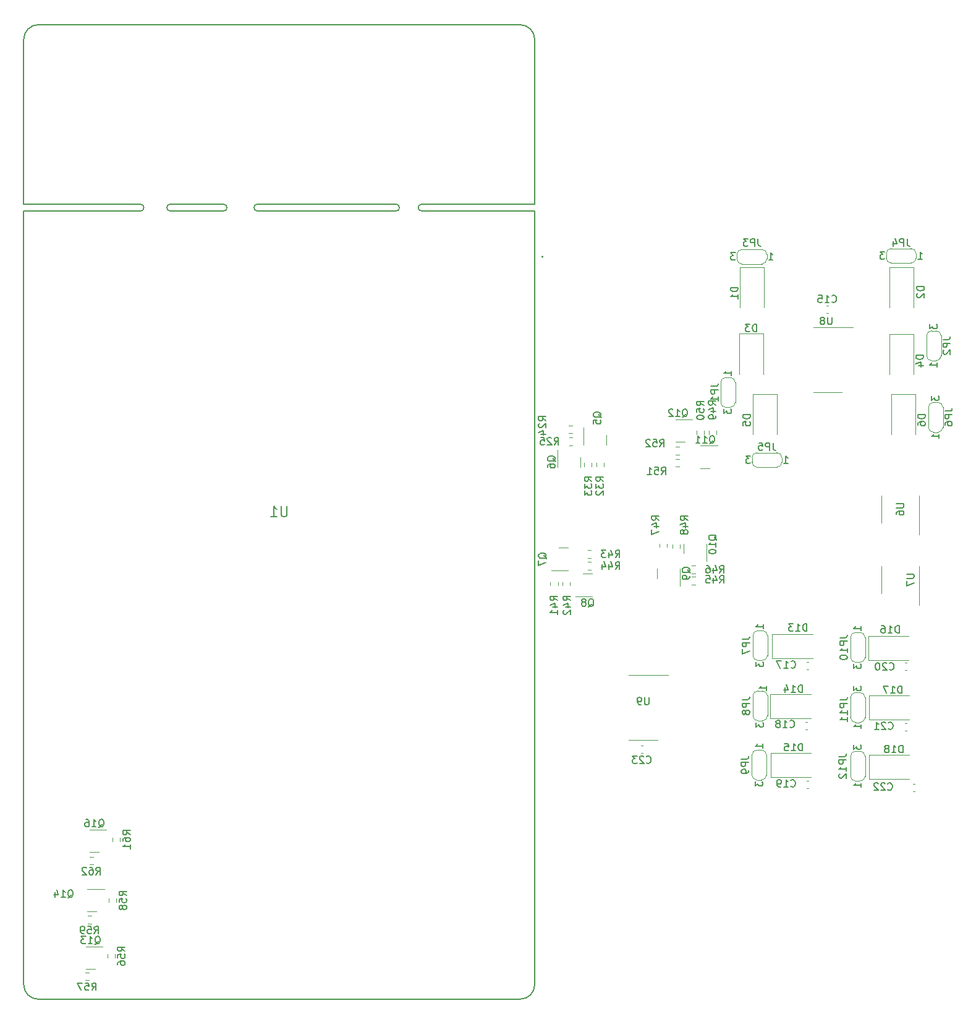
<source format=gbr>
%TF.GenerationSoftware,KiCad,Pcbnew,7.0.1*%
%TF.CreationDate,2023-04-25T19:52:38+01:00*%
%TF.ProjectId,Main-Craft-PCB,4d61696e-2d43-4726-9166-742d5043422e,rev?*%
%TF.SameCoordinates,Original*%
%TF.FileFunction,Legend,Bot*%
%TF.FilePolarity,Positive*%
%FSLAX46Y46*%
G04 Gerber Fmt 4.6, Leading zero omitted, Abs format (unit mm)*
G04 Created by KiCad (PCBNEW 7.0.1) date 2023-04-25 19:52:38*
%MOMM*%
%LPD*%
G01*
G04 APERTURE LIST*
%ADD10C,0.150000*%
%ADD11C,0.120000*%
%ADD12C,0.127000*%
%ADD13C,0.200000*%
G04 APERTURE END LIST*
D10*
%TO.C,Q14*%
X71104928Y-137529857D02*
X71200166Y-137482238D01*
X71200166Y-137482238D02*
X71295404Y-137387000D01*
X71295404Y-137387000D02*
X71438261Y-137244142D01*
X71438261Y-137244142D02*
X71533499Y-137196523D01*
X71533499Y-137196523D02*
X71628737Y-137196523D01*
X71581118Y-137434619D02*
X71676356Y-137387000D01*
X71676356Y-137387000D02*
X71771594Y-137291761D01*
X71771594Y-137291761D02*
X71819213Y-137101285D01*
X71819213Y-137101285D02*
X71819213Y-136767952D01*
X71819213Y-136767952D02*
X71771594Y-136577476D01*
X71771594Y-136577476D02*
X71676356Y-136482238D01*
X71676356Y-136482238D02*
X71581118Y-136434619D01*
X71581118Y-136434619D02*
X71390642Y-136434619D01*
X71390642Y-136434619D02*
X71295404Y-136482238D01*
X71295404Y-136482238D02*
X71200166Y-136577476D01*
X71200166Y-136577476D02*
X71152547Y-136767952D01*
X71152547Y-136767952D02*
X71152547Y-137101285D01*
X71152547Y-137101285D02*
X71200166Y-137291761D01*
X71200166Y-137291761D02*
X71295404Y-137387000D01*
X71295404Y-137387000D02*
X71390642Y-137434619D01*
X71390642Y-137434619D02*
X71581118Y-137434619D01*
X70200166Y-137434619D02*
X70771594Y-137434619D01*
X70485880Y-137434619D02*
X70485880Y-136434619D01*
X70485880Y-136434619D02*
X70581118Y-136577476D01*
X70581118Y-136577476D02*
X70676356Y-136672714D01*
X70676356Y-136672714D02*
X70771594Y-136720333D01*
X69343023Y-136767952D02*
X69343023Y-137434619D01*
X69581118Y-136387000D02*
X69819213Y-137101285D01*
X69819213Y-137101285D02*
X69200166Y-137101285D01*
%TO.C,D1*%
X162895619Y-53998905D02*
X161895619Y-53998905D01*
X161895619Y-53998905D02*
X161895619Y-54237000D01*
X161895619Y-54237000D02*
X161943238Y-54379857D01*
X161943238Y-54379857D02*
X162038476Y-54475095D01*
X162038476Y-54475095D02*
X162133714Y-54522714D01*
X162133714Y-54522714D02*
X162324190Y-54570333D01*
X162324190Y-54570333D02*
X162467047Y-54570333D01*
X162467047Y-54570333D02*
X162657523Y-54522714D01*
X162657523Y-54522714D02*
X162752761Y-54475095D01*
X162752761Y-54475095D02*
X162848000Y-54379857D01*
X162848000Y-54379857D02*
X162895619Y-54237000D01*
X162895619Y-54237000D02*
X162895619Y-53998905D01*
X162895619Y-55522714D02*
X162895619Y-54951286D01*
X162895619Y-55237000D02*
X161895619Y-55237000D01*
X161895619Y-55237000D02*
X162038476Y-55141762D01*
X162038476Y-55141762D02*
X162133714Y-55046524D01*
X162133714Y-55046524D02*
X162181333Y-54951286D01*
%TO.C,Q12*%
X155262428Y-71751857D02*
X155357666Y-71704238D01*
X155357666Y-71704238D02*
X155452904Y-71609000D01*
X155452904Y-71609000D02*
X155595761Y-71466142D01*
X155595761Y-71466142D02*
X155690999Y-71418523D01*
X155690999Y-71418523D02*
X155786237Y-71418523D01*
X155738618Y-71656619D02*
X155833856Y-71609000D01*
X155833856Y-71609000D02*
X155929094Y-71513761D01*
X155929094Y-71513761D02*
X155976713Y-71323285D01*
X155976713Y-71323285D02*
X155976713Y-70989952D01*
X155976713Y-70989952D02*
X155929094Y-70799476D01*
X155929094Y-70799476D02*
X155833856Y-70704238D01*
X155833856Y-70704238D02*
X155738618Y-70656619D01*
X155738618Y-70656619D02*
X155548142Y-70656619D01*
X155548142Y-70656619D02*
X155452904Y-70704238D01*
X155452904Y-70704238D02*
X155357666Y-70799476D01*
X155357666Y-70799476D02*
X155310047Y-70989952D01*
X155310047Y-70989952D02*
X155310047Y-71323285D01*
X155310047Y-71323285D02*
X155357666Y-71513761D01*
X155357666Y-71513761D02*
X155452904Y-71609000D01*
X155452904Y-71609000D02*
X155548142Y-71656619D01*
X155548142Y-71656619D02*
X155738618Y-71656619D01*
X154357666Y-71656619D02*
X154929094Y-71656619D01*
X154643380Y-71656619D02*
X154643380Y-70656619D01*
X154643380Y-70656619D02*
X154738618Y-70799476D01*
X154738618Y-70799476D02*
X154833856Y-70894714D01*
X154833856Y-70894714D02*
X154929094Y-70942333D01*
X153976713Y-70751857D02*
X153929094Y-70704238D01*
X153929094Y-70704238D02*
X153833856Y-70656619D01*
X153833856Y-70656619D02*
X153595761Y-70656619D01*
X153595761Y-70656619D02*
X153500523Y-70704238D01*
X153500523Y-70704238D02*
X153452904Y-70751857D01*
X153452904Y-70751857D02*
X153405285Y-70847095D01*
X153405285Y-70847095D02*
X153405285Y-70942333D01*
X153405285Y-70942333D02*
X153452904Y-71085190D01*
X153452904Y-71085190D02*
X154024332Y-71656619D01*
X154024332Y-71656619D02*
X153405285Y-71656619D01*
%TO.C,D16*%
X184983285Y-101264619D02*
X184983285Y-100264619D01*
X184983285Y-100264619D02*
X184745190Y-100264619D01*
X184745190Y-100264619D02*
X184602333Y-100312238D01*
X184602333Y-100312238D02*
X184507095Y-100407476D01*
X184507095Y-100407476D02*
X184459476Y-100502714D01*
X184459476Y-100502714D02*
X184411857Y-100693190D01*
X184411857Y-100693190D02*
X184411857Y-100836047D01*
X184411857Y-100836047D02*
X184459476Y-101026523D01*
X184459476Y-101026523D02*
X184507095Y-101121761D01*
X184507095Y-101121761D02*
X184602333Y-101217000D01*
X184602333Y-101217000D02*
X184745190Y-101264619D01*
X184745190Y-101264619D02*
X184983285Y-101264619D01*
X183459476Y-101264619D02*
X184030904Y-101264619D01*
X183745190Y-101264619D02*
X183745190Y-100264619D01*
X183745190Y-100264619D02*
X183840428Y-100407476D01*
X183840428Y-100407476D02*
X183935666Y-100502714D01*
X183935666Y-100502714D02*
X184030904Y-100550333D01*
X182602333Y-100264619D02*
X182792809Y-100264619D01*
X182792809Y-100264619D02*
X182888047Y-100312238D01*
X182888047Y-100312238D02*
X182935666Y-100359857D01*
X182935666Y-100359857D02*
X183030904Y-100502714D01*
X183030904Y-100502714D02*
X183078523Y-100693190D01*
X183078523Y-100693190D02*
X183078523Y-101074142D01*
X183078523Y-101074142D02*
X183030904Y-101169380D01*
X183030904Y-101169380D02*
X182983285Y-101217000D01*
X182983285Y-101217000D02*
X182888047Y-101264619D01*
X182888047Y-101264619D02*
X182697571Y-101264619D01*
X182697571Y-101264619D02*
X182602333Y-101217000D01*
X182602333Y-101217000D02*
X182554714Y-101169380D01*
X182554714Y-101169380D02*
X182507095Y-101074142D01*
X182507095Y-101074142D02*
X182507095Y-100836047D01*
X182507095Y-100836047D02*
X182554714Y-100740809D01*
X182554714Y-100740809D02*
X182602333Y-100693190D01*
X182602333Y-100693190D02*
X182697571Y-100645571D01*
X182697571Y-100645571D02*
X182888047Y-100645571D01*
X182888047Y-100645571D02*
X182983285Y-100693190D01*
X182983285Y-100693190D02*
X183030904Y-100740809D01*
X183030904Y-100740809D02*
X183078523Y-100836047D01*
%TO.C,JP10*%
X176881619Y-101935476D02*
X177595904Y-101935476D01*
X177595904Y-101935476D02*
X177738761Y-101887857D01*
X177738761Y-101887857D02*
X177834000Y-101792619D01*
X177834000Y-101792619D02*
X177881619Y-101649762D01*
X177881619Y-101649762D02*
X177881619Y-101554524D01*
X177881619Y-102411667D02*
X176881619Y-102411667D01*
X176881619Y-102411667D02*
X176881619Y-102792619D01*
X176881619Y-102792619D02*
X176929238Y-102887857D01*
X176929238Y-102887857D02*
X176976857Y-102935476D01*
X176976857Y-102935476D02*
X177072095Y-102983095D01*
X177072095Y-102983095D02*
X177214952Y-102983095D01*
X177214952Y-102983095D02*
X177310190Y-102935476D01*
X177310190Y-102935476D02*
X177357809Y-102887857D01*
X177357809Y-102887857D02*
X177405428Y-102792619D01*
X177405428Y-102792619D02*
X177405428Y-102411667D01*
X177881619Y-103935476D02*
X177881619Y-103364048D01*
X177881619Y-103649762D02*
X176881619Y-103649762D01*
X176881619Y-103649762D02*
X177024476Y-103554524D01*
X177024476Y-103554524D02*
X177119714Y-103459286D01*
X177119714Y-103459286D02*
X177167333Y-103364048D01*
X176881619Y-104554524D02*
X176881619Y-104649762D01*
X176881619Y-104649762D02*
X176929238Y-104745000D01*
X176929238Y-104745000D02*
X176976857Y-104792619D01*
X176976857Y-104792619D02*
X177072095Y-104840238D01*
X177072095Y-104840238D02*
X177262571Y-104887857D01*
X177262571Y-104887857D02*
X177500666Y-104887857D01*
X177500666Y-104887857D02*
X177691142Y-104840238D01*
X177691142Y-104840238D02*
X177786380Y-104792619D01*
X177786380Y-104792619D02*
X177834000Y-104745000D01*
X177834000Y-104745000D02*
X177881619Y-104649762D01*
X177881619Y-104649762D02*
X177881619Y-104554524D01*
X177881619Y-104554524D02*
X177834000Y-104459286D01*
X177834000Y-104459286D02*
X177786380Y-104411667D01*
X177786380Y-104411667D02*
X177691142Y-104364048D01*
X177691142Y-104364048D02*
X177500666Y-104316429D01*
X177500666Y-104316429D02*
X177262571Y-104316429D01*
X177262571Y-104316429D02*
X177072095Y-104364048D01*
X177072095Y-104364048D02*
X176976857Y-104411667D01*
X176976857Y-104411667D02*
X176929238Y-104459286D01*
X176929238Y-104459286D02*
X176881619Y-104554524D01*
X179786619Y-100930714D02*
X179786619Y-100359286D01*
X179786619Y-100645000D02*
X178786619Y-100645000D01*
X178786619Y-100645000D02*
X178929476Y-100549762D01*
X178929476Y-100549762D02*
X179024714Y-100454524D01*
X179024714Y-100454524D02*
X179072333Y-100359286D01*
X178786619Y-105511667D02*
X178786619Y-106130714D01*
X178786619Y-106130714D02*
X179167571Y-105797381D01*
X179167571Y-105797381D02*
X179167571Y-105940238D01*
X179167571Y-105940238D02*
X179215190Y-106035476D01*
X179215190Y-106035476D02*
X179262809Y-106083095D01*
X179262809Y-106083095D02*
X179358047Y-106130714D01*
X179358047Y-106130714D02*
X179596142Y-106130714D01*
X179596142Y-106130714D02*
X179691380Y-106083095D01*
X179691380Y-106083095D02*
X179739000Y-106035476D01*
X179739000Y-106035476D02*
X179786619Y-105940238D01*
X179786619Y-105940238D02*
X179786619Y-105654524D01*
X179786619Y-105654524D02*
X179739000Y-105559286D01*
X179739000Y-105559286D02*
X179691380Y-105511667D01*
%TO.C,R47*%
X152100619Y-85844142D02*
X151624428Y-85510809D01*
X152100619Y-85272714D02*
X151100619Y-85272714D01*
X151100619Y-85272714D02*
X151100619Y-85653666D01*
X151100619Y-85653666D02*
X151148238Y-85748904D01*
X151148238Y-85748904D02*
X151195857Y-85796523D01*
X151195857Y-85796523D02*
X151291095Y-85844142D01*
X151291095Y-85844142D02*
X151433952Y-85844142D01*
X151433952Y-85844142D02*
X151529190Y-85796523D01*
X151529190Y-85796523D02*
X151576809Y-85748904D01*
X151576809Y-85748904D02*
X151624428Y-85653666D01*
X151624428Y-85653666D02*
X151624428Y-85272714D01*
X151433952Y-86701285D02*
X152100619Y-86701285D01*
X151053000Y-86463190D02*
X151767285Y-86225095D01*
X151767285Y-86225095D02*
X151767285Y-86844142D01*
X151100619Y-87129857D02*
X151100619Y-87796523D01*
X151100619Y-87796523D02*
X152100619Y-87367952D01*
%TO.C,JP9*%
X163381619Y-118510666D02*
X164095904Y-118510666D01*
X164095904Y-118510666D02*
X164238761Y-118463047D01*
X164238761Y-118463047D02*
X164334000Y-118367809D01*
X164334000Y-118367809D02*
X164381619Y-118224952D01*
X164381619Y-118224952D02*
X164381619Y-118129714D01*
X164381619Y-118986857D02*
X163381619Y-118986857D01*
X163381619Y-118986857D02*
X163381619Y-119367809D01*
X163381619Y-119367809D02*
X163429238Y-119463047D01*
X163429238Y-119463047D02*
X163476857Y-119510666D01*
X163476857Y-119510666D02*
X163572095Y-119558285D01*
X163572095Y-119558285D02*
X163714952Y-119558285D01*
X163714952Y-119558285D02*
X163810190Y-119510666D01*
X163810190Y-119510666D02*
X163857809Y-119463047D01*
X163857809Y-119463047D02*
X163905428Y-119367809D01*
X163905428Y-119367809D02*
X163905428Y-118986857D01*
X164381619Y-120034476D02*
X164381619Y-120224952D01*
X164381619Y-120224952D02*
X164334000Y-120320190D01*
X164334000Y-120320190D02*
X164286380Y-120367809D01*
X164286380Y-120367809D02*
X164143523Y-120463047D01*
X164143523Y-120463047D02*
X163953047Y-120510666D01*
X163953047Y-120510666D02*
X163572095Y-120510666D01*
X163572095Y-120510666D02*
X163476857Y-120463047D01*
X163476857Y-120463047D02*
X163429238Y-120415428D01*
X163429238Y-120415428D02*
X163381619Y-120320190D01*
X163381619Y-120320190D02*
X163381619Y-120129714D01*
X163381619Y-120129714D02*
X163429238Y-120034476D01*
X163429238Y-120034476D02*
X163476857Y-119986857D01*
X163476857Y-119986857D02*
X163572095Y-119939238D01*
X163572095Y-119939238D02*
X163810190Y-119939238D01*
X163810190Y-119939238D02*
X163905428Y-119986857D01*
X163905428Y-119986857D02*
X163953047Y-120034476D01*
X163953047Y-120034476D02*
X164000666Y-120129714D01*
X164000666Y-120129714D02*
X164000666Y-120320190D01*
X164000666Y-120320190D02*
X163953047Y-120415428D01*
X163953047Y-120415428D02*
X163905428Y-120463047D01*
X163905428Y-120463047D02*
X163810190Y-120510666D01*
X166286619Y-117029714D02*
X166286619Y-116458286D01*
X166286619Y-116744000D02*
X165286619Y-116744000D01*
X165286619Y-116744000D02*
X165429476Y-116648762D01*
X165429476Y-116648762D02*
X165524714Y-116553524D01*
X165524714Y-116553524D02*
X165572333Y-116458286D01*
X165286619Y-121610667D02*
X165286619Y-122229714D01*
X165286619Y-122229714D02*
X165667571Y-121896381D01*
X165667571Y-121896381D02*
X165667571Y-122039238D01*
X165667571Y-122039238D02*
X165715190Y-122134476D01*
X165715190Y-122134476D02*
X165762809Y-122182095D01*
X165762809Y-122182095D02*
X165858047Y-122229714D01*
X165858047Y-122229714D02*
X166096142Y-122229714D01*
X166096142Y-122229714D02*
X166191380Y-122182095D01*
X166191380Y-122182095D02*
X166239000Y-122134476D01*
X166239000Y-122134476D02*
X166286619Y-122039238D01*
X166286619Y-122039238D02*
X166286619Y-121753524D01*
X166286619Y-121753524D02*
X166239000Y-121658286D01*
X166239000Y-121658286D02*
X166191380Y-121610667D01*
%TO.C,JP4*%
X186096333Y-47319619D02*
X186096333Y-48033904D01*
X186096333Y-48033904D02*
X186143952Y-48176761D01*
X186143952Y-48176761D02*
X186239190Y-48272000D01*
X186239190Y-48272000D02*
X186382047Y-48319619D01*
X186382047Y-48319619D02*
X186477285Y-48319619D01*
X185620142Y-48319619D02*
X185620142Y-47319619D01*
X185620142Y-47319619D02*
X185239190Y-47319619D01*
X185239190Y-47319619D02*
X185143952Y-47367238D01*
X185143952Y-47367238D02*
X185096333Y-47414857D01*
X185096333Y-47414857D02*
X185048714Y-47510095D01*
X185048714Y-47510095D02*
X185048714Y-47652952D01*
X185048714Y-47652952D02*
X185096333Y-47748190D01*
X185096333Y-47748190D02*
X185143952Y-47795809D01*
X185143952Y-47795809D02*
X185239190Y-47843428D01*
X185239190Y-47843428D02*
X185620142Y-47843428D01*
X184191571Y-47652952D02*
X184191571Y-48319619D01*
X184429666Y-47272000D02*
X184667761Y-47986285D01*
X184667761Y-47986285D02*
X184048714Y-47986285D01*
X187577285Y-50119619D02*
X188148713Y-50119619D01*
X187862999Y-50119619D02*
X187862999Y-49119619D01*
X187862999Y-49119619D02*
X187958237Y-49262476D01*
X187958237Y-49262476D02*
X188053475Y-49357714D01*
X188053475Y-49357714D02*
X188148713Y-49405333D01*
X182996332Y-49119619D02*
X182377285Y-49119619D01*
X182377285Y-49119619D02*
X182710618Y-49500571D01*
X182710618Y-49500571D02*
X182567761Y-49500571D01*
X182567761Y-49500571D02*
X182472523Y-49548190D01*
X182472523Y-49548190D02*
X182424904Y-49595809D01*
X182424904Y-49595809D02*
X182377285Y-49691047D01*
X182377285Y-49691047D02*
X182377285Y-49929142D01*
X182377285Y-49929142D02*
X182424904Y-50024380D01*
X182424904Y-50024380D02*
X182472523Y-50072000D01*
X182472523Y-50072000D02*
X182567761Y-50119619D01*
X182567761Y-50119619D02*
X182853475Y-50119619D01*
X182853475Y-50119619D02*
X182948713Y-50072000D01*
X182948713Y-50072000D02*
X182996332Y-50024380D01*
%TO.C,Q8*%
X142413738Y-97699857D02*
X142508976Y-97652238D01*
X142508976Y-97652238D02*
X142604214Y-97557000D01*
X142604214Y-97557000D02*
X142747071Y-97414142D01*
X142747071Y-97414142D02*
X142842309Y-97366523D01*
X142842309Y-97366523D02*
X142937547Y-97366523D01*
X142889928Y-97604619D02*
X142985166Y-97557000D01*
X142985166Y-97557000D02*
X143080404Y-97461761D01*
X143080404Y-97461761D02*
X143128023Y-97271285D01*
X143128023Y-97271285D02*
X143128023Y-96937952D01*
X143128023Y-96937952D02*
X143080404Y-96747476D01*
X143080404Y-96747476D02*
X142985166Y-96652238D01*
X142985166Y-96652238D02*
X142889928Y-96604619D01*
X142889928Y-96604619D02*
X142699452Y-96604619D01*
X142699452Y-96604619D02*
X142604214Y-96652238D01*
X142604214Y-96652238D02*
X142508976Y-96747476D01*
X142508976Y-96747476D02*
X142461357Y-96937952D01*
X142461357Y-96937952D02*
X142461357Y-97271285D01*
X142461357Y-97271285D02*
X142508976Y-97461761D01*
X142508976Y-97461761D02*
X142604214Y-97557000D01*
X142604214Y-97557000D02*
X142699452Y-97604619D01*
X142699452Y-97604619D02*
X142889928Y-97604619D01*
X141889928Y-97033190D02*
X141985166Y-96985571D01*
X141985166Y-96985571D02*
X142032785Y-96937952D01*
X142032785Y-96937952D02*
X142080404Y-96842714D01*
X142080404Y-96842714D02*
X142080404Y-96795095D01*
X142080404Y-96795095D02*
X142032785Y-96699857D01*
X142032785Y-96699857D02*
X141985166Y-96652238D01*
X141985166Y-96652238D02*
X141889928Y-96604619D01*
X141889928Y-96604619D02*
X141699452Y-96604619D01*
X141699452Y-96604619D02*
X141604214Y-96652238D01*
X141604214Y-96652238D02*
X141556595Y-96699857D01*
X141556595Y-96699857D02*
X141508976Y-96795095D01*
X141508976Y-96795095D02*
X141508976Y-96842714D01*
X141508976Y-96842714D02*
X141556595Y-96937952D01*
X141556595Y-96937952D02*
X141604214Y-96985571D01*
X141604214Y-96985571D02*
X141699452Y-97033190D01*
X141699452Y-97033190D02*
X141889928Y-97033190D01*
X141889928Y-97033190D02*
X141985166Y-97080809D01*
X141985166Y-97080809D02*
X142032785Y-97128428D01*
X142032785Y-97128428D02*
X142080404Y-97223666D01*
X142080404Y-97223666D02*
X142080404Y-97414142D01*
X142080404Y-97414142D02*
X142032785Y-97509380D01*
X142032785Y-97509380D02*
X141985166Y-97557000D01*
X141985166Y-97557000D02*
X141889928Y-97604619D01*
X141889928Y-97604619D02*
X141699452Y-97604619D01*
X141699452Y-97604619D02*
X141604214Y-97557000D01*
X141604214Y-97557000D02*
X141556595Y-97509380D01*
X141556595Y-97509380D02*
X141508976Y-97414142D01*
X141508976Y-97414142D02*
X141508976Y-97223666D01*
X141508976Y-97223666D02*
X141556595Y-97128428D01*
X141556595Y-97128428D02*
X141604214Y-97080809D01*
X141604214Y-97080809D02*
X141699452Y-97033190D01*
%TO.C,JP12*%
X176754619Y-118191476D02*
X177468904Y-118191476D01*
X177468904Y-118191476D02*
X177611761Y-118143857D01*
X177611761Y-118143857D02*
X177707000Y-118048619D01*
X177707000Y-118048619D02*
X177754619Y-117905762D01*
X177754619Y-117905762D02*
X177754619Y-117810524D01*
X177754619Y-118667667D02*
X176754619Y-118667667D01*
X176754619Y-118667667D02*
X176754619Y-119048619D01*
X176754619Y-119048619D02*
X176802238Y-119143857D01*
X176802238Y-119143857D02*
X176849857Y-119191476D01*
X176849857Y-119191476D02*
X176945095Y-119239095D01*
X176945095Y-119239095D02*
X177087952Y-119239095D01*
X177087952Y-119239095D02*
X177183190Y-119191476D01*
X177183190Y-119191476D02*
X177230809Y-119143857D01*
X177230809Y-119143857D02*
X177278428Y-119048619D01*
X177278428Y-119048619D02*
X177278428Y-118667667D01*
X177754619Y-120191476D02*
X177754619Y-119620048D01*
X177754619Y-119905762D02*
X176754619Y-119905762D01*
X176754619Y-119905762D02*
X176897476Y-119810524D01*
X176897476Y-119810524D02*
X176992714Y-119715286D01*
X176992714Y-119715286D02*
X177040333Y-119620048D01*
X176849857Y-120572429D02*
X176802238Y-120620048D01*
X176802238Y-120620048D02*
X176754619Y-120715286D01*
X176754619Y-120715286D02*
X176754619Y-120953381D01*
X176754619Y-120953381D02*
X176802238Y-121048619D01*
X176802238Y-121048619D02*
X176849857Y-121096238D01*
X176849857Y-121096238D02*
X176945095Y-121143857D01*
X176945095Y-121143857D02*
X177040333Y-121143857D01*
X177040333Y-121143857D02*
X177183190Y-121096238D01*
X177183190Y-121096238D02*
X177754619Y-120524810D01*
X177754619Y-120524810D02*
X177754619Y-121143857D01*
X179786619Y-122386714D02*
X179786619Y-121815286D01*
X179786619Y-122101000D02*
X178786619Y-122101000D01*
X178786619Y-122101000D02*
X178929476Y-122005762D01*
X178929476Y-122005762D02*
X179024714Y-121910524D01*
X179024714Y-121910524D02*
X179072333Y-121815286D01*
X178786619Y-116567667D02*
X178786619Y-117186714D01*
X178786619Y-117186714D02*
X179167571Y-116853381D01*
X179167571Y-116853381D02*
X179167571Y-116996238D01*
X179167571Y-116996238D02*
X179215190Y-117091476D01*
X179215190Y-117091476D02*
X179262809Y-117139095D01*
X179262809Y-117139095D02*
X179358047Y-117186714D01*
X179358047Y-117186714D02*
X179596142Y-117186714D01*
X179596142Y-117186714D02*
X179691380Y-117139095D01*
X179691380Y-117139095D02*
X179739000Y-117091476D01*
X179739000Y-117091476D02*
X179786619Y-116996238D01*
X179786619Y-116996238D02*
X179786619Y-116710524D01*
X179786619Y-116710524D02*
X179739000Y-116615286D01*
X179739000Y-116615286D02*
X179691380Y-116567667D01*
%TO.C,D13*%
X172340285Y-101010619D02*
X172340285Y-100010619D01*
X172340285Y-100010619D02*
X172102190Y-100010619D01*
X172102190Y-100010619D02*
X171959333Y-100058238D01*
X171959333Y-100058238D02*
X171864095Y-100153476D01*
X171864095Y-100153476D02*
X171816476Y-100248714D01*
X171816476Y-100248714D02*
X171768857Y-100439190D01*
X171768857Y-100439190D02*
X171768857Y-100582047D01*
X171768857Y-100582047D02*
X171816476Y-100772523D01*
X171816476Y-100772523D02*
X171864095Y-100867761D01*
X171864095Y-100867761D02*
X171959333Y-100963000D01*
X171959333Y-100963000D02*
X172102190Y-101010619D01*
X172102190Y-101010619D02*
X172340285Y-101010619D01*
X170816476Y-101010619D02*
X171387904Y-101010619D01*
X171102190Y-101010619D02*
X171102190Y-100010619D01*
X171102190Y-100010619D02*
X171197428Y-100153476D01*
X171197428Y-100153476D02*
X171292666Y-100248714D01*
X171292666Y-100248714D02*
X171387904Y-100296333D01*
X170483142Y-100010619D02*
X169864095Y-100010619D01*
X169864095Y-100010619D02*
X170197428Y-100391571D01*
X170197428Y-100391571D02*
X170054571Y-100391571D01*
X170054571Y-100391571D02*
X169959333Y-100439190D01*
X169959333Y-100439190D02*
X169911714Y-100486809D01*
X169911714Y-100486809D02*
X169864095Y-100582047D01*
X169864095Y-100582047D02*
X169864095Y-100820142D01*
X169864095Y-100820142D02*
X169911714Y-100915380D01*
X169911714Y-100915380D02*
X169959333Y-100963000D01*
X169959333Y-100963000D02*
X170054571Y-101010619D01*
X170054571Y-101010619D02*
X170340285Y-101010619D01*
X170340285Y-101010619D02*
X170435523Y-100963000D01*
X170435523Y-100963000D02*
X170483142Y-100915380D01*
%TO.C,R59*%
X74732357Y-142415619D02*
X75065690Y-141939428D01*
X75303785Y-142415619D02*
X75303785Y-141415619D01*
X75303785Y-141415619D02*
X74922833Y-141415619D01*
X74922833Y-141415619D02*
X74827595Y-141463238D01*
X74827595Y-141463238D02*
X74779976Y-141510857D01*
X74779976Y-141510857D02*
X74732357Y-141606095D01*
X74732357Y-141606095D02*
X74732357Y-141748952D01*
X74732357Y-141748952D02*
X74779976Y-141844190D01*
X74779976Y-141844190D02*
X74827595Y-141891809D01*
X74827595Y-141891809D02*
X74922833Y-141939428D01*
X74922833Y-141939428D02*
X75303785Y-141939428D01*
X73827595Y-141415619D02*
X74303785Y-141415619D01*
X74303785Y-141415619D02*
X74351404Y-141891809D01*
X74351404Y-141891809D02*
X74303785Y-141844190D01*
X74303785Y-141844190D02*
X74208547Y-141796571D01*
X74208547Y-141796571D02*
X73970452Y-141796571D01*
X73970452Y-141796571D02*
X73875214Y-141844190D01*
X73875214Y-141844190D02*
X73827595Y-141891809D01*
X73827595Y-141891809D02*
X73779976Y-141987047D01*
X73779976Y-141987047D02*
X73779976Y-142225142D01*
X73779976Y-142225142D02*
X73827595Y-142320380D01*
X73827595Y-142320380D02*
X73875214Y-142368000D01*
X73875214Y-142368000D02*
X73970452Y-142415619D01*
X73970452Y-142415619D02*
X74208547Y-142415619D01*
X74208547Y-142415619D02*
X74303785Y-142368000D01*
X74303785Y-142368000D02*
X74351404Y-142320380D01*
X73303785Y-142415619D02*
X73113309Y-142415619D01*
X73113309Y-142415619D02*
X73018071Y-142368000D01*
X73018071Y-142368000D02*
X72970452Y-142320380D01*
X72970452Y-142320380D02*
X72875214Y-142177523D01*
X72875214Y-142177523D02*
X72827595Y-141987047D01*
X72827595Y-141987047D02*
X72827595Y-141606095D01*
X72827595Y-141606095D02*
X72875214Y-141510857D01*
X72875214Y-141510857D02*
X72922833Y-141463238D01*
X72922833Y-141463238D02*
X73018071Y-141415619D01*
X73018071Y-141415619D02*
X73208547Y-141415619D01*
X73208547Y-141415619D02*
X73303785Y-141463238D01*
X73303785Y-141463238D02*
X73351404Y-141510857D01*
X73351404Y-141510857D02*
X73399023Y-141606095D01*
X73399023Y-141606095D02*
X73399023Y-141844190D01*
X73399023Y-141844190D02*
X73351404Y-141939428D01*
X73351404Y-141939428D02*
X73303785Y-141987047D01*
X73303785Y-141987047D02*
X73208547Y-142034666D01*
X73208547Y-142034666D02*
X73018071Y-142034666D01*
X73018071Y-142034666D02*
X72922833Y-141987047D01*
X72922833Y-141987047D02*
X72875214Y-141939428D01*
X72875214Y-141939428D02*
X72827595Y-141844190D01*
%TO.C,D18*%
X185491285Y-117647619D02*
X185491285Y-116647619D01*
X185491285Y-116647619D02*
X185253190Y-116647619D01*
X185253190Y-116647619D02*
X185110333Y-116695238D01*
X185110333Y-116695238D02*
X185015095Y-116790476D01*
X185015095Y-116790476D02*
X184967476Y-116885714D01*
X184967476Y-116885714D02*
X184919857Y-117076190D01*
X184919857Y-117076190D02*
X184919857Y-117219047D01*
X184919857Y-117219047D02*
X184967476Y-117409523D01*
X184967476Y-117409523D02*
X185015095Y-117504761D01*
X185015095Y-117504761D02*
X185110333Y-117600000D01*
X185110333Y-117600000D02*
X185253190Y-117647619D01*
X185253190Y-117647619D02*
X185491285Y-117647619D01*
X183967476Y-117647619D02*
X184538904Y-117647619D01*
X184253190Y-117647619D02*
X184253190Y-116647619D01*
X184253190Y-116647619D02*
X184348428Y-116790476D01*
X184348428Y-116790476D02*
X184443666Y-116885714D01*
X184443666Y-116885714D02*
X184538904Y-116933333D01*
X183396047Y-117076190D02*
X183491285Y-117028571D01*
X183491285Y-117028571D02*
X183538904Y-116980952D01*
X183538904Y-116980952D02*
X183586523Y-116885714D01*
X183586523Y-116885714D02*
X183586523Y-116838095D01*
X183586523Y-116838095D02*
X183538904Y-116742857D01*
X183538904Y-116742857D02*
X183491285Y-116695238D01*
X183491285Y-116695238D02*
X183396047Y-116647619D01*
X183396047Y-116647619D02*
X183205571Y-116647619D01*
X183205571Y-116647619D02*
X183110333Y-116695238D01*
X183110333Y-116695238D02*
X183062714Y-116742857D01*
X183062714Y-116742857D02*
X183015095Y-116838095D01*
X183015095Y-116838095D02*
X183015095Y-116885714D01*
X183015095Y-116885714D02*
X183062714Y-116980952D01*
X183062714Y-116980952D02*
X183110333Y-117028571D01*
X183110333Y-117028571D02*
X183205571Y-117076190D01*
X183205571Y-117076190D02*
X183396047Y-117076190D01*
X183396047Y-117076190D02*
X183491285Y-117123809D01*
X183491285Y-117123809D02*
X183538904Y-117171428D01*
X183538904Y-117171428D02*
X183586523Y-117266666D01*
X183586523Y-117266666D02*
X183586523Y-117457142D01*
X183586523Y-117457142D02*
X183538904Y-117552380D01*
X183538904Y-117552380D02*
X183491285Y-117600000D01*
X183491285Y-117600000D02*
X183396047Y-117647619D01*
X183396047Y-117647619D02*
X183205571Y-117647619D01*
X183205571Y-117647619D02*
X183110333Y-117600000D01*
X183110333Y-117600000D02*
X183062714Y-117552380D01*
X183062714Y-117552380D02*
X183015095Y-117457142D01*
X183015095Y-117457142D02*
X183015095Y-117266666D01*
X183015095Y-117266666D02*
X183062714Y-117171428D01*
X183062714Y-117171428D02*
X183110333Y-117123809D01*
X183110333Y-117123809D02*
X183205571Y-117076190D01*
%TO.C,Q11*%
X158988928Y-75373857D02*
X159084166Y-75326238D01*
X159084166Y-75326238D02*
X159179404Y-75231000D01*
X159179404Y-75231000D02*
X159322261Y-75088142D01*
X159322261Y-75088142D02*
X159417499Y-75040523D01*
X159417499Y-75040523D02*
X159512737Y-75040523D01*
X159465118Y-75278619D02*
X159560356Y-75231000D01*
X159560356Y-75231000D02*
X159655594Y-75135761D01*
X159655594Y-75135761D02*
X159703213Y-74945285D01*
X159703213Y-74945285D02*
X159703213Y-74611952D01*
X159703213Y-74611952D02*
X159655594Y-74421476D01*
X159655594Y-74421476D02*
X159560356Y-74326238D01*
X159560356Y-74326238D02*
X159465118Y-74278619D01*
X159465118Y-74278619D02*
X159274642Y-74278619D01*
X159274642Y-74278619D02*
X159179404Y-74326238D01*
X159179404Y-74326238D02*
X159084166Y-74421476D01*
X159084166Y-74421476D02*
X159036547Y-74611952D01*
X159036547Y-74611952D02*
X159036547Y-74945285D01*
X159036547Y-74945285D02*
X159084166Y-75135761D01*
X159084166Y-75135761D02*
X159179404Y-75231000D01*
X159179404Y-75231000D02*
X159274642Y-75278619D01*
X159274642Y-75278619D02*
X159465118Y-75278619D01*
X158084166Y-75278619D02*
X158655594Y-75278619D01*
X158369880Y-75278619D02*
X158369880Y-74278619D01*
X158369880Y-74278619D02*
X158465118Y-74421476D01*
X158465118Y-74421476D02*
X158560356Y-74516714D01*
X158560356Y-74516714D02*
X158655594Y-74564333D01*
X157131785Y-75278619D02*
X157703213Y-75278619D01*
X157417499Y-75278619D02*
X157417499Y-74278619D01*
X157417499Y-74278619D02*
X157512737Y-74421476D01*
X157512737Y-74421476D02*
X157607975Y-74516714D01*
X157607975Y-74516714D02*
X157703213Y-74564333D01*
%TO.C,JP7*%
X163508619Y-102127666D02*
X164222904Y-102127666D01*
X164222904Y-102127666D02*
X164365761Y-102080047D01*
X164365761Y-102080047D02*
X164461000Y-101984809D01*
X164461000Y-101984809D02*
X164508619Y-101841952D01*
X164508619Y-101841952D02*
X164508619Y-101746714D01*
X164508619Y-102603857D02*
X163508619Y-102603857D01*
X163508619Y-102603857D02*
X163508619Y-102984809D01*
X163508619Y-102984809D02*
X163556238Y-103080047D01*
X163556238Y-103080047D02*
X163603857Y-103127666D01*
X163603857Y-103127666D02*
X163699095Y-103175285D01*
X163699095Y-103175285D02*
X163841952Y-103175285D01*
X163841952Y-103175285D02*
X163937190Y-103127666D01*
X163937190Y-103127666D02*
X163984809Y-103080047D01*
X163984809Y-103080047D02*
X164032428Y-102984809D01*
X164032428Y-102984809D02*
X164032428Y-102603857D01*
X163508619Y-103508619D02*
X163508619Y-104175285D01*
X163508619Y-104175285D02*
X164508619Y-103746714D01*
X165413619Y-105257667D02*
X165413619Y-105876714D01*
X165413619Y-105876714D02*
X165794571Y-105543381D01*
X165794571Y-105543381D02*
X165794571Y-105686238D01*
X165794571Y-105686238D02*
X165842190Y-105781476D01*
X165842190Y-105781476D02*
X165889809Y-105829095D01*
X165889809Y-105829095D02*
X165985047Y-105876714D01*
X165985047Y-105876714D02*
X166223142Y-105876714D01*
X166223142Y-105876714D02*
X166318380Y-105829095D01*
X166318380Y-105829095D02*
X166366000Y-105781476D01*
X166366000Y-105781476D02*
X166413619Y-105686238D01*
X166413619Y-105686238D02*
X166413619Y-105400524D01*
X166413619Y-105400524D02*
X166366000Y-105305286D01*
X166366000Y-105305286D02*
X166318380Y-105257667D01*
X166413619Y-100676714D02*
X166413619Y-100105286D01*
X166413619Y-100391000D02*
X165413619Y-100391000D01*
X165413619Y-100391000D02*
X165556476Y-100295762D01*
X165556476Y-100295762D02*
X165651714Y-100200524D01*
X165651714Y-100200524D02*
X165699333Y-100105286D01*
%TO.C,JP2*%
X191000619Y-61142666D02*
X191714904Y-61142666D01*
X191714904Y-61142666D02*
X191857761Y-61095047D01*
X191857761Y-61095047D02*
X191953000Y-60999809D01*
X191953000Y-60999809D02*
X192000619Y-60856952D01*
X192000619Y-60856952D02*
X192000619Y-60761714D01*
X192000619Y-61618857D02*
X191000619Y-61618857D01*
X191000619Y-61618857D02*
X191000619Y-61999809D01*
X191000619Y-61999809D02*
X191048238Y-62095047D01*
X191048238Y-62095047D02*
X191095857Y-62142666D01*
X191095857Y-62142666D02*
X191191095Y-62190285D01*
X191191095Y-62190285D02*
X191333952Y-62190285D01*
X191333952Y-62190285D02*
X191429190Y-62142666D01*
X191429190Y-62142666D02*
X191476809Y-62095047D01*
X191476809Y-62095047D02*
X191524428Y-61999809D01*
X191524428Y-61999809D02*
X191524428Y-61618857D01*
X191095857Y-62571238D02*
X191048238Y-62618857D01*
X191048238Y-62618857D02*
X191000619Y-62714095D01*
X191000619Y-62714095D02*
X191000619Y-62952190D01*
X191000619Y-62952190D02*
X191048238Y-63047428D01*
X191048238Y-63047428D02*
X191095857Y-63095047D01*
X191095857Y-63095047D02*
X191191095Y-63142666D01*
X191191095Y-63142666D02*
X191286333Y-63142666D01*
X191286333Y-63142666D02*
X191429190Y-63095047D01*
X191429190Y-63095047D02*
X192000619Y-62523619D01*
X192000619Y-62523619D02*
X192000619Y-63142666D01*
X189200619Y-59042667D02*
X189200619Y-59661714D01*
X189200619Y-59661714D02*
X189581571Y-59328381D01*
X189581571Y-59328381D02*
X189581571Y-59471238D01*
X189581571Y-59471238D02*
X189629190Y-59566476D01*
X189629190Y-59566476D02*
X189676809Y-59614095D01*
X189676809Y-59614095D02*
X189772047Y-59661714D01*
X189772047Y-59661714D02*
X190010142Y-59661714D01*
X190010142Y-59661714D02*
X190105380Y-59614095D01*
X190105380Y-59614095D02*
X190153000Y-59566476D01*
X190153000Y-59566476D02*
X190200619Y-59471238D01*
X190200619Y-59471238D02*
X190200619Y-59185524D01*
X190200619Y-59185524D02*
X190153000Y-59090286D01*
X190153000Y-59090286D02*
X190105380Y-59042667D01*
X190200619Y-64861714D02*
X190200619Y-64290286D01*
X190200619Y-64576000D02*
X189200619Y-64576000D01*
X189200619Y-64576000D02*
X189343476Y-64480762D01*
X189343476Y-64480762D02*
X189438714Y-64385524D01*
X189438714Y-64385524D02*
X189486333Y-64290286D01*
%TO.C,R50*%
X158245119Y-70160142D02*
X157768928Y-69826809D01*
X158245119Y-69588714D02*
X157245119Y-69588714D01*
X157245119Y-69588714D02*
X157245119Y-69969666D01*
X157245119Y-69969666D02*
X157292738Y-70064904D01*
X157292738Y-70064904D02*
X157340357Y-70112523D01*
X157340357Y-70112523D02*
X157435595Y-70160142D01*
X157435595Y-70160142D02*
X157578452Y-70160142D01*
X157578452Y-70160142D02*
X157673690Y-70112523D01*
X157673690Y-70112523D02*
X157721309Y-70064904D01*
X157721309Y-70064904D02*
X157768928Y-69969666D01*
X157768928Y-69969666D02*
X157768928Y-69588714D01*
X157245119Y-71064904D02*
X157245119Y-70588714D01*
X157245119Y-70588714D02*
X157721309Y-70541095D01*
X157721309Y-70541095D02*
X157673690Y-70588714D01*
X157673690Y-70588714D02*
X157626071Y-70683952D01*
X157626071Y-70683952D02*
X157626071Y-70922047D01*
X157626071Y-70922047D02*
X157673690Y-71017285D01*
X157673690Y-71017285D02*
X157721309Y-71064904D01*
X157721309Y-71064904D02*
X157816547Y-71112523D01*
X157816547Y-71112523D02*
X158054642Y-71112523D01*
X158054642Y-71112523D02*
X158149880Y-71064904D01*
X158149880Y-71064904D02*
X158197500Y-71017285D01*
X158197500Y-71017285D02*
X158245119Y-70922047D01*
X158245119Y-70922047D02*
X158245119Y-70683952D01*
X158245119Y-70683952D02*
X158197500Y-70588714D01*
X158197500Y-70588714D02*
X158149880Y-70541095D01*
X157245119Y-71731571D02*
X157245119Y-71826809D01*
X157245119Y-71826809D02*
X157292738Y-71922047D01*
X157292738Y-71922047D02*
X157340357Y-71969666D01*
X157340357Y-71969666D02*
X157435595Y-72017285D01*
X157435595Y-72017285D02*
X157626071Y-72064904D01*
X157626071Y-72064904D02*
X157864166Y-72064904D01*
X157864166Y-72064904D02*
X158054642Y-72017285D01*
X158054642Y-72017285D02*
X158149880Y-71969666D01*
X158149880Y-71969666D02*
X158197500Y-71922047D01*
X158197500Y-71922047D02*
X158245119Y-71826809D01*
X158245119Y-71826809D02*
X158245119Y-71731571D01*
X158245119Y-71731571D02*
X158197500Y-71636333D01*
X158197500Y-71636333D02*
X158149880Y-71588714D01*
X158149880Y-71588714D02*
X158054642Y-71541095D01*
X158054642Y-71541095D02*
X157864166Y-71493476D01*
X157864166Y-71493476D02*
X157626071Y-71493476D01*
X157626071Y-71493476D02*
X157435595Y-71541095D01*
X157435595Y-71541095D02*
X157340357Y-71588714D01*
X157340357Y-71588714D02*
X157292738Y-71636333D01*
X157292738Y-71636333D02*
X157245119Y-71731571D01*
%TO.C,R61*%
X79656083Y-128887142D02*
X79179892Y-128553809D01*
X79656083Y-128315714D02*
X78656083Y-128315714D01*
X78656083Y-128315714D02*
X78656083Y-128696666D01*
X78656083Y-128696666D02*
X78703702Y-128791904D01*
X78703702Y-128791904D02*
X78751321Y-128839523D01*
X78751321Y-128839523D02*
X78846559Y-128887142D01*
X78846559Y-128887142D02*
X78989416Y-128887142D01*
X78989416Y-128887142D02*
X79084654Y-128839523D01*
X79084654Y-128839523D02*
X79132273Y-128791904D01*
X79132273Y-128791904D02*
X79179892Y-128696666D01*
X79179892Y-128696666D02*
X79179892Y-128315714D01*
X78656083Y-129744285D02*
X78656083Y-129553809D01*
X78656083Y-129553809D02*
X78703702Y-129458571D01*
X78703702Y-129458571D02*
X78751321Y-129410952D01*
X78751321Y-129410952D02*
X78894178Y-129315714D01*
X78894178Y-129315714D02*
X79084654Y-129268095D01*
X79084654Y-129268095D02*
X79465606Y-129268095D01*
X79465606Y-129268095D02*
X79560844Y-129315714D01*
X79560844Y-129315714D02*
X79608464Y-129363333D01*
X79608464Y-129363333D02*
X79656083Y-129458571D01*
X79656083Y-129458571D02*
X79656083Y-129649047D01*
X79656083Y-129649047D02*
X79608464Y-129744285D01*
X79608464Y-129744285D02*
X79560844Y-129791904D01*
X79560844Y-129791904D02*
X79465606Y-129839523D01*
X79465606Y-129839523D02*
X79227511Y-129839523D01*
X79227511Y-129839523D02*
X79132273Y-129791904D01*
X79132273Y-129791904D02*
X79084654Y-129744285D01*
X79084654Y-129744285D02*
X79037035Y-129649047D01*
X79037035Y-129649047D02*
X79037035Y-129458571D01*
X79037035Y-129458571D02*
X79084654Y-129363333D01*
X79084654Y-129363333D02*
X79132273Y-129315714D01*
X79132273Y-129315714D02*
X79227511Y-129268095D01*
X79656083Y-130791904D02*
X79656083Y-130220476D01*
X79656083Y-130506190D02*
X78656083Y-130506190D01*
X78656083Y-130506190D02*
X78798940Y-130410952D01*
X78798940Y-130410952D02*
X78894178Y-130315714D01*
X78894178Y-130315714D02*
X78941797Y-130220476D01*
%TO.C,Q6*%
X137923857Y-77804261D02*
X137876238Y-77709023D01*
X137876238Y-77709023D02*
X137781000Y-77613785D01*
X137781000Y-77613785D02*
X137638142Y-77470928D01*
X137638142Y-77470928D02*
X137590523Y-77375690D01*
X137590523Y-77375690D02*
X137590523Y-77280452D01*
X137828619Y-77328071D02*
X137781000Y-77232833D01*
X137781000Y-77232833D02*
X137685761Y-77137595D01*
X137685761Y-77137595D02*
X137495285Y-77089976D01*
X137495285Y-77089976D02*
X137161952Y-77089976D01*
X137161952Y-77089976D02*
X136971476Y-77137595D01*
X136971476Y-77137595D02*
X136876238Y-77232833D01*
X136876238Y-77232833D02*
X136828619Y-77328071D01*
X136828619Y-77328071D02*
X136828619Y-77518547D01*
X136828619Y-77518547D02*
X136876238Y-77613785D01*
X136876238Y-77613785D02*
X136971476Y-77709023D01*
X136971476Y-77709023D02*
X137161952Y-77756642D01*
X137161952Y-77756642D02*
X137495285Y-77756642D01*
X137495285Y-77756642D02*
X137685761Y-77709023D01*
X137685761Y-77709023D02*
X137781000Y-77613785D01*
X137781000Y-77613785D02*
X137828619Y-77518547D01*
X137828619Y-77518547D02*
X137828619Y-77328071D01*
X136828619Y-78613785D02*
X136828619Y-78423309D01*
X136828619Y-78423309D02*
X136876238Y-78328071D01*
X136876238Y-78328071D02*
X136923857Y-78280452D01*
X136923857Y-78280452D02*
X137066714Y-78185214D01*
X137066714Y-78185214D02*
X137257190Y-78137595D01*
X137257190Y-78137595D02*
X137638142Y-78137595D01*
X137638142Y-78137595D02*
X137733380Y-78185214D01*
X137733380Y-78185214D02*
X137781000Y-78232833D01*
X137781000Y-78232833D02*
X137828619Y-78328071D01*
X137828619Y-78328071D02*
X137828619Y-78518547D01*
X137828619Y-78518547D02*
X137781000Y-78613785D01*
X137781000Y-78613785D02*
X137733380Y-78661404D01*
X137733380Y-78661404D02*
X137638142Y-78709023D01*
X137638142Y-78709023D02*
X137400047Y-78709023D01*
X137400047Y-78709023D02*
X137304809Y-78661404D01*
X137304809Y-78661404D02*
X137257190Y-78613785D01*
X137257190Y-78613785D02*
X137209571Y-78518547D01*
X137209571Y-78518547D02*
X137209571Y-78328071D01*
X137209571Y-78328071D02*
X137257190Y-78232833D01*
X137257190Y-78232833D02*
X137304809Y-78185214D01*
X137304809Y-78185214D02*
X137400047Y-78137595D01*
%TO.C,Q7*%
X136701857Y-91090761D02*
X136654238Y-90995523D01*
X136654238Y-90995523D02*
X136559000Y-90900285D01*
X136559000Y-90900285D02*
X136416142Y-90757428D01*
X136416142Y-90757428D02*
X136368523Y-90662190D01*
X136368523Y-90662190D02*
X136368523Y-90566952D01*
X136606619Y-90614571D02*
X136559000Y-90519333D01*
X136559000Y-90519333D02*
X136463761Y-90424095D01*
X136463761Y-90424095D02*
X136273285Y-90376476D01*
X136273285Y-90376476D02*
X135939952Y-90376476D01*
X135939952Y-90376476D02*
X135749476Y-90424095D01*
X135749476Y-90424095D02*
X135654238Y-90519333D01*
X135654238Y-90519333D02*
X135606619Y-90614571D01*
X135606619Y-90614571D02*
X135606619Y-90805047D01*
X135606619Y-90805047D02*
X135654238Y-90900285D01*
X135654238Y-90900285D02*
X135749476Y-90995523D01*
X135749476Y-90995523D02*
X135939952Y-91043142D01*
X135939952Y-91043142D02*
X136273285Y-91043142D01*
X136273285Y-91043142D02*
X136463761Y-90995523D01*
X136463761Y-90995523D02*
X136559000Y-90900285D01*
X136559000Y-90900285D02*
X136606619Y-90805047D01*
X136606619Y-90805047D02*
X136606619Y-90614571D01*
X135606619Y-91376476D02*
X135606619Y-92043142D01*
X135606619Y-92043142D02*
X136606619Y-91614571D01*
%TO.C,C18*%
X170022857Y-114123380D02*
X170070476Y-114171000D01*
X170070476Y-114171000D02*
X170213333Y-114218619D01*
X170213333Y-114218619D02*
X170308571Y-114218619D01*
X170308571Y-114218619D02*
X170451428Y-114171000D01*
X170451428Y-114171000D02*
X170546666Y-114075761D01*
X170546666Y-114075761D02*
X170594285Y-113980523D01*
X170594285Y-113980523D02*
X170641904Y-113790047D01*
X170641904Y-113790047D02*
X170641904Y-113647190D01*
X170641904Y-113647190D02*
X170594285Y-113456714D01*
X170594285Y-113456714D02*
X170546666Y-113361476D01*
X170546666Y-113361476D02*
X170451428Y-113266238D01*
X170451428Y-113266238D02*
X170308571Y-113218619D01*
X170308571Y-113218619D02*
X170213333Y-113218619D01*
X170213333Y-113218619D02*
X170070476Y-113266238D01*
X170070476Y-113266238D02*
X170022857Y-113313857D01*
X169070476Y-114218619D02*
X169641904Y-114218619D01*
X169356190Y-114218619D02*
X169356190Y-113218619D01*
X169356190Y-113218619D02*
X169451428Y-113361476D01*
X169451428Y-113361476D02*
X169546666Y-113456714D01*
X169546666Y-113456714D02*
X169641904Y-113504333D01*
X168499047Y-113647190D02*
X168594285Y-113599571D01*
X168594285Y-113599571D02*
X168641904Y-113551952D01*
X168641904Y-113551952D02*
X168689523Y-113456714D01*
X168689523Y-113456714D02*
X168689523Y-113409095D01*
X168689523Y-113409095D02*
X168641904Y-113313857D01*
X168641904Y-113313857D02*
X168594285Y-113266238D01*
X168594285Y-113266238D02*
X168499047Y-113218619D01*
X168499047Y-113218619D02*
X168308571Y-113218619D01*
X168308571Y-113218619D02*
X168213333Y-113266238D01*
X168213333Y-113266238D02*
X168165714Y-113313857D01*
X168165714Y-113313857D02*
X168118095Y-113409095D01*
X168118095Y-113409095D02*
X168118095Y-113456714D01*
X168118095Y-113456714D02*
X168165714Y-113551952D01*
X168165714Y-113551952D02*
X168213333Y-113599571D01*
X168213333Y-113599571D02*
X168308571Y-113647190D01*
X168308571Y-113647190D02*
X168499047Y-113647190D01*
X168499047Y-113647190D02*
X168594285Y-113694809D01*
X168594285Y-113694809D02*
X168641904Y-113742428D01*
X168641904Y-113742428D02*
X168689523Y-113837666D01*
X168689523Y-113837666D02*
X168689523Y-114028142D01*
X168689523Y-114028142D02*
X168641904Y-114123380D01*
X168641904Y-114123380D02*
X168594285Y-114171000D01*
X168594285Y-114171000D02*
X168499047Y-114218619D01*
X168499047Y-114218619D02*
X168308571Y-114218619D01*
X168308571Y-114218619D02*
X168213333Y-114171000D01*
X168213333Y-114171000D02*
X168165714Y-114123380D01*
X168165714Y-114123380D02*
X168118095Y-114028142D01*
X168118095Y-114028142D02*
X168118095Y-113837666D01*
X168118095Y-113837666D02*
X168165714Y-113742428D01*
X168165714Y-113742428D02*
X168213333Y-113694809D01*
X168213333Y-113694809D02*
X168308571Y-113647190D01*
%TO.C,C19*%
X170149857Y-122251380D02*
X170197476Y-122299000D01*
X170197476Y-122299000D02*
X170340333Y-122346619D01*
X170340333Y-122346619D02*
X170435571Y-122346619D01*
X170435571Y-122346619D02*
X170578428Y-122299000D01*
X170578428Y-122299000D02*
X170673666Y-122203761D01*
X170673666Y-122203761D02*
X170721285Y-122108523D01*
X170721285Y-122108523D02*
X170768904Y-121918047D01*
X170768904Y-121918047D02*
X170768904Y-121775190D01*
X170768904Y-121775190D02*
X170721285Y-121584714D01*
X170721285Y-121584714D02*
X170673666Y-121489476D01*
X170673666Y-121489476D02*
X170578428Y-121394238D01*
X170578428Y-121394238D02*
X170435571Y-121346619D01*
X170435571Y-121346619D02*
X170340333Y-121346619D01*
X170340333Y-121346619D02*
X170197476Y-121394238D01*
X170197476Y-121394238D02*
X170149857Y-121441857D01*
X169197476Y-122346619D02*
X169768904Y-122346619D01*
X169483190Y-122346619D02*
X169483190Y-121346619D01*
X169483190Y-121346619D02*
X169578428Y-121489476D01*
X169578428Y-121489476D02*
X169673666Y-121584714D01*
X169673666Y-121584714D02*
X169768904Y-121632333D01*
X168721285Y-122346619D02*
X168530809Y-122346619D01*
X168530809Y-122346619D02*
X168435571Y-122299000D01*
X168435571Y-122299000D02*
X168387952Y-122251380D01*
X168387952Y-122251380D02*
X168292714Y-122108523D01*
X168292714Y-122108523D02*
X168245095Y-121918047D01*
X168245095Y-121918047D02*
X168245095Y-121537095D01*
X168245095Y-121537095D02*
X168292714Y-121441857D01*
X168292714Y-121441857D02*
X168340333Y-121394238D01*
X168340333Y-121394238D02*
X168435571Y-121346619D01*
X168435571Y-121346619D02*
X168626047Y-121346619D01*
X168626047Y-121346619D02*
X168721285Y-121394238D01*
X168721285Y-121394238D02*
X168768904Y-121441857D01*
X168768904Y-121441857D02*
X168816523Y-121537095D01*
X168816523Y-121537095D02*
X168816523Y-121775190D01*
X168816523Y-121775190D02*
X168768904Y-121870428D01*
X168768904Y-121870428D02*
X168721285Y-121918047D01*
X168721285Y-121918047D02*
X168626047Y-121965666D01*
X168626047Y-121965666D02*
X168435571Y-121965666D01*
X168435571Y-121965666D02*
X168340333Y-121918047D01*
X168340333Y-121918047D02*
X168292714Y-121870428D01*
X168292714Y-121870428D02*
X168245095Y-121775190D01*
%TO.C,Q9*%
X156373857Y-93044261D02*
X156326238Y-92949023D01*
X156326238Y-92949023D02*
X156231000Y-92853785D01*
X156231000Y-92853785D02*
X156088142Y-92710928D01*
X156088142Y-92710928D02*
X156040523Y-92615690D01*
X156040523Y-92615690D02*
X156040523Y-92520452D01*
X156278619Y-92568071D02*
X156231000Y-92472833D01*
X156231000Y-92472833D02*
X156135761Y-92377595D01*
X156135761Y-92377595D02*
X155945285Y-92329976D01*
X155945285Y-92329976D02*
X155611952Y-92329976D01*
X155611952Y-92329976D02*
X155421476Y-92377595D01*
X155421476Y-92377595D02*
X155326238Y-92472833D01*
X155326238Y-92472833D02*
X155278619Y-92568071D01*
X155278619Y-92568071D02*
X155278619Y-92758547D01*
X155278619Y-92758547D02*
X155326238Y-92853785D01*
X155326238Y-92853785D02*
X155421476Y-92949023D01*
X155421476Y-92949023D02*
X155611952Y-92996642D01*
X155611952Y-92996642D02*
X155945285Y-92996642D01*
X155945285Y-92996642D02*
X156135761Y-92949023D01*
X156135761Y-92949023D02*
X156231000Y-92853785D01*
X156231000Y-92853785D02*
X156278619Y-92758547D01*
X156278619Y-92758547D02*
X156278619Y-92568071D01*
X156278619Y-93472833D02*
X156278619Y-93663309D01*
X156278619Y-93663309D02*
X156231000Y-93758547D01*
X156231000Y-93758547D02*
X156183380Y-93806166D01*
X156183380Y-93806166D02*
X156040523Y-93901404D01*
X156040523Y-93901404D02*
X155850047Y-93949023D01*
X155850047Y-93949023D02*
X155469095Y-93949023D01*
X155469095Y-93949023D02*
X155373857Y-93901404D01*
X155373857Y-93901404D02*
X155326238Y-93853785D01*
X155326238Y-93853785D02*
X155278619Y-93758547D01*
X155278619Y-93758547D02*
X155278619Y-93568071D01*
X155278619Y-93568071D02*
X155326238Y-93472833D01*
X155326238Y-93472833D02*
X155373857Y-93425214D01*
X155373857Y-93425214D02*
X155469095Y-93377595D01*
X155469095Y-93377595D02*
X155707190Y-93377595D01*
X155707190Y-93377595D02*
X155802428Y-93425214D01*
X155802428Y-93425214D02*
X155850047Y-93472833D01*
X155850047Y-93472833D02*
X155897666Y-93568071D01*
X155897666Y-93568071D02*
X155897666Y-93758547D01*
X155897666Y-93758547D02*
X155850047Y-93853785D01*
X155850047Y-93853785D02*
X155802428Y-93901404D01*
X155802428Y-93901404D02*
X155707190Y-93949023D01*
%TO.C,C21*%
X183522857Y-114377380D02*
X183570476Y-114425000D01*
X183570476Y-114425000D02*
X183713333Y-114472619D01*
X183713333Y-114472619D02*
X183808571Y-114472619D01*
X183808571Y-114472619D02*
X183951428Y-114425000D01*
X183951428Y-114425000D02*
X184046666Y-114329761D01*
X184046666Y-114329761D02*
X184094285Y-114234523D01*
X184094285Y-114234523D02*
X184141904Y-114044047D01*
X184141904Y-114044047D02*
X184141904Y-113901190D01*
X184141904Y-113901190D02*
X184094285Y-113710714D01*
X184094285Y-113710714D02*
X184046666Y-113615476D01*
X184046666Y-113615476D02*
X183951428Y-113520238D01*
X183951428Y-113520238D02*
X183808571Y-113472619D01*
X183808571Y-113472619D02*
X183713333Y-113472619D01*
X183713333Y-113472619D02*
X183570476Y-113520238D01*
X183570476Y-113520238D02*
X183522857Y-113567857D01*
X183141904Y-113567857D02*
X183094285Y-113520238D01*
X183094285Y-113520238D02*
X182999047Y-113472619D01*
X182999047Y-113472619D02*
X182760952Y-113472619D01*
X182760952Y-113472619D02*
X182665714Y-113520238D01*
X182665714Y-113520238D02*
X182618095Y-113567857D01*
X182618095Y-113567857D02*
X182570476Y-113663095D01*
X182570476Y-113663095D02*
X182570476Y-113758333D01*
X182570476Y-113758333D02*
X182618095Y-113901190D01*
X182618095Y-113901190D02*
X183189523Y-114472619D01*
X183189523Y-114472619D02*
X182570476Y-114472619D01*
X181618095Y-114472619D02*
X182189523Y-114472619D01*
X181903809Y-114472619D02*
X181903809Y-113472619D01*
X181903809Y-113472619D02*
X181999047Y-113615476D01*
X181999047Y-113615476D02*
X182094285Y-113710714D01*
X182094285Y-113710714D02*
X182189523Y-113758333D01*
%TO.C,R43*%
X146120857Y-90950619D02*
X146454190Y-90474428D01*
X146692285Y-90950619D02*
X146692285Y-89950619D01*
X146692285Y-89950619D02*
X146311333Y-89950619D01*
X146311333Y-89950619D02*
X146216095Y-89998238D01*
X146216095Y-89998238D02*
X146168476Y-90045857D01*
X146168476Y-90045857D02*
X146120857Y-90141095D01*
X146120857Y-90141095D02*
X146120857Y-90283952D01*
X146120857Y-90283952D02*
X146168476Y-90379190D01*
X146168476Y-90379190D02*
X146216095Y-90426809D01*
X146216095Y-90426809D02*
X146311333Y-90474428D01*
X146311333Y-90474428D02*
X146692285Y-90474428D01*
X145263714Y-90283952D02*
X145263714Y-90950619D01*
X145501809Y-89903000D02*
X145739904Y-90617285D01*
X145739904Y-90617285D02*
X145120857Y-90617285D01*
X144835142Y-89950619D02*
X144216095Y-89950619D01*
X144216095Y-89950619D02*
X144549428Y-90331571D01*
X144549428Y-90331571D02*
X144406571Y-90331571D01*
X144406571Y-90331571D02*
X144311333Y-90379190D01*
X144311333Y-90379190D02*
X144263714Y-90426809D01*
X144263714Y-90426809D02*
X144216095Y-90522047D01*
X144216095Y-90522047D02*
X144216095Y-90760142D01*
X144216095Y-90760142D02*
X144263714Y-90855380D01*
X144263714Y-90855380D02*
X144311333Y-90903000D01*
X144311333Y-90903000D02*
X144406571Y-90950619D01*
X144406571Y-90950619D02*
X144692285Y-90950619D01*
X144692285Y-90950619D02*
X144787523Y-90903000D01*
X144787523Y-90903000D02*
X144835142Y-90855380D01*
%TO.C,R46*%
X160403857Y-93045619D02*
X160737190Y-92569428D01*
X160975285Y-93045619D02*
X160975285Y-92045619D01*
X160975285Y-92045619D02*
X160594333Y-92045619D01*
X160594333Y-92045619D02*
X160499095Y-92093238D01*
X160499095Y-92093238D02*
X160451476Y-92140857D01*
X160451476Y-92140857D02*
X160403857Y-92236095D01*
X160403857Y-92236095D02*
X160403857Y-92378952D01*
X160403857Y-92378952D02*
X160451476Y-92474190D01*
X160451476Y-92474190D02*
X160499095Y-92521809D01*
X160499095Y-92521809D02*
X160594333Y-92569428D01*
X160594333Y-92569428D02*
X160975285Y-92569428D01*
X159546714Y-92378952D02*
X159546714Y-93045619D01*
X159784809Y-91998000D02*
X160022904Y-92712285D01*
X160022904Y-92712285D02*
X159403857Y-92712285D01*
X158594333Y-92045619D02*
X158784809Y-92045619D01*
X158784809Y-92045619D02*
X158880047Y-92093238D01*
X158880047Y-92093238D02*
X158927666Y-92140857D01*
X158927666Y-92140857D02*
X159022904Y-92283714D01*
X159022904Y-92283714D02*
X159070523Y-92474190D01*
X159070523Y-92474190D02*
X159070523Y-92855142D01*
X159070523Y-92855142D02*
X159022904Y-92950380D01*
X159022904Y-92950380D02*
X158975285Y-92998000D01*
X158975285Y-92998000D02*
X158880047Y-93045619D01*
X158880047Y-93045619D02*
X158689571Y-93045619D01*
X158689571Y-93045619D02*
X158594333Y-92998000D01*
X158594333Y-92998000D02*
X158546714Y-92950380D01*
X158546714Y-92950380D02*
X158499095Y-92855142D01*
X158499095Y-92855142D02*
X158499095Y-92617047D01*
X158499095Y-92617047D02*
X158546714Y-92521809D01*
X158546714Y-92521809D02*
X158594333Y-92474190D01*
X158594333Y-92474190D02*
X158689571Y-92426571D01*
X158689571Y-92426571D02*
X158880047Y-92426571D01*
X158880047Y-92426571D02*
X158975285Y-92474190D01*
X158975285Y-92474190D02*
X159022904Y-92521809D01*
X159022904Y-92521809D02*
X159070523Y-92617047D01*
%TO.C,R42*%
X139971619Y-96830142D02*
X139495428Y-96496809D01*
X139971619Y-96258714D02*
X138971619Y-96258714D01*
X138971619Y-96258714D02*
X138971619Y-96639666D01*
X138971619Y-96639666D02*
X139019238Y-96734904D01*
X139019238Y-96734904D02*
X139066857Y-96782523D01*
X139066857Y-96782523D02*
X139162095Y-96830142D01*
X139162095Y-96830142D02*
X139304952Y-96830142D01*
X139304952Y-96830142D02*
X139400190Y-96782523D01*
X139400190Y-96782523D02*
X139447809Y-96734904D01*
X139447809Y-96734904D02*
X139495428Y-96639666D01*
X139495428Y-96639666D02*
X139495428Y-96258714D01*
X139304952Y-97687285D02*
X139971619Y-97687285D01*
X138924000Y-97449190D02*
X139638285Y-97211095D01*
X139638285Y-97211095D02*
X139638285Y-97830142D01*
X139066857Y-98163476D02*
X139019238Y-98211095D01*
X139019238Y-98211095D02*
X138971619Y-98306333D01*
X138971619Y-98306333D02*
X138971619Y-98544428D01*
X138971619Y-98544428D02*
X139019238Y-98639666D01*
X139019238Y-98639666D02*
X139066857Y-98687285D01*
X139066857Y-98687285D02*
X139162095Y-98734904D01*
X139162095Y-98734904D02*
X139257333Y-98734904D01*
X139257333Y-98734904D02*
X139400190Y-98687285D01*
X139400190Y-98687285D02*
X139971619Y-98115857D01*
X139971619Y-98115857D02*
X139971619Y-98734904D01*
%TO.C,D5*%
X164586619Y-71397905D02*
X163586619Y-71397905D01*
X163586619Y-71397905D02*
X163586619Y-71636000D01*
X163586619Y-71636000D02*
X163634238Y-71778857D01*
X163634238Y-71778857D02*
X163729476Y-71874095D01*
X163729476Y-71874095D02*
X163824714Y-71921714D01*
X163824714Y-71921714D02*
X164015190Y-71969333D01*
X164015190Y-71969333D02*
X164158047Y-71969333D01*
X164158047Y-71969333D02*
X164348523Y-71921714D01*
X164348523Y-71921714D02*
X164443761Y-71874095D01*
X164443761Y-71874095D02*
X164539000Y-71778857D01*
X164539000Y-71778857D02*
X164586619Y-71636000D01*
X164586619Y-71636000D02*
X164586619Y-71397905D01*
X163586619Y-72874095D02*
X163586619Y-72397905D01*
X163586619Y-72397905D02*
X164062809Y-72350286D01*
X164062809Y-72350286D02*
X164015190Y-72397905D01*
X164015190Y-72397905D02*
X163967571Y-72493143D01*
X163967571Y-72493143D02*
X163967571Y-72731238D01*
X163967571Y-72731238D02*
X164015190Y-72826476D01*
X164015190Y-72826476D02*
X164062809Y-72874095D01*
X164062809Y-72874095D02*
X164158047Y-72921714D01*
X164158047Y-72921714D02*
X164396142Y-72921714D01*
X164396142Y-72921714D02*
X164491380Y-72874095D01*
X164491380Y-72874095D02*
X164539000Y-72826476D01*
X164539000Y-72826476D02*
X164586619Y-72731238D01*
X164586619Y-72731238D02*
X164586619Y-72493143D01*
X164586619Y-72493143D02*
X164539000Y-72397905D01*
X164539000Y-72397905D02*
X164491380Y-72350286D01*
%TO.C,R57*%
X74404785Y-150162619D02*
X74738118Y-149686428D01*
X74976213Y-150162619D02*
X74976213Y-149162619D01*
X74976213Y-149162619D02*
X74595261Y-149162619D01*
X74595261Y-149162619D02*
X74500023Y-149210238D01*
X74500023Y-149210238D02*
X74452404Y-149257857D01*
X74452404Y-149257857D02*
X74404785Y-149353095D01*
X74404785Y-149353095D02*
X74404785Y-149495952D01*
X74404785Y-149495952D02*
X74452404Y-149591190D01*
X74452404Y-149591190D02*
X74500023Y-149638809D01*
X74500023Y-149638809D02*
X74595261Y-149686428D01*
X74595261Y-149686428D02*
X74976213Y-149686428D01*
X73500023Y-149162619D02*
X73976213Y-149162619D01*
X73976213Y-149162619D02*
X74023832Y-149638809D01*
X74023832Y-149638809D02*
X73976213Y-149591190D01*
X73976213Y-149591190D02*
X73880975Y-149543571D01*
X73880975Y-149543571D02*
X73642880Y-149543571D01*
X73642880Y-149543571D02*
X73547642Y-149591190D01*
X73547642Y-149591190D02*
X73500023Y-149638809D01*
X73500023Y-149638809D02*
X73452404Y-149734047D01*
X73452404Y-149734047D02*
X73452404Y-149972142D01*
X73452404Y-149972142D02*
X73500023Y-150067380D01*
X73500023Y-150067380D02*
X73547642Y-150115000D01*
X73547642Y-150115000D02*
X73642880Y-150162619D01*
X73642880Y-150162619D02*
X73880975Y-150162619D01*
X73880975Y-150162619D02*
X73976213Y-150115000D01*
X73976213Y-150115000D02*
X74023832Y-150067380D01*
X73119070Y-149162619D02*
X72452404Y-149162619D01*
X72452404Y-149162619D02*
X72880975Y-150162619D01*
%TO.C,JP5*%
X167711333Y-75259619D02*
X167711333Y-75973904D01*
X167711333Y-75973904D02*
X167758952Y-76116761D01*
X167758952Y-76116761D02*
X167854190Y-76212000D01*
X167854190Y-76212000D02*
X167997047Y-76259619D01*
X167997047Y-76259619D02*
X168092285Y-76259619D01*
X167235142Y-76259619D02*
X167235142Y-75259619D01*
X167235142Y-75259619D02*
X166854190Y-75259619D01*
X166854190Y-75259619D02*
X166758952Y-75307238D01*
X166758952Y-75307238D02*
X166711333Y-75354857D01*
X166711333Y-75354857D02*
X166663714Y-75450095D01*
X166663714Y-75450095D02*
X166663714Y-75592952D01*
X166663714Y-75592952D02*
X166711333Y-75688190D01*
X166711333Y-75688190D02*
X166758952Y-75735809D01*
X166758952Y-75735809D02*
X166854190Y-75783428D01*
X166854190Y-75783428D02*
X167235142Y-75783428D01*
X165758952Y-75259619D02*
X166235142Y-75259619D01*
X166235142Y-75259619D02*
X166282761Y-75735809D01*
X166282761Y-75735809D02*
X166235142Y-75688190D01*
X166235142Y-75688190D02*
X166139904Y-75640571D01*
X166139904Y-75640571D02*
X165901809Y-75640571D01*
X165901809Y-75640571D02*
X165806571Y-75688190D01*
X165806571Y-75688190D02*
X165758952Y-75735809D01*
X165758952Y-75735809D02*
X165711333Y-75831047D01*
X165711333Y-75831047D02*
X165711333Y-76069142D01*
X165711333Y-76069142D02*
X165758952Y-76164380D01*
X165758952Y-76164380D02*
X165806571Y-76212000D01*
X165806571Y-76212000D02*
X165901809Y-76259619D01*
X165901809Y-76259619D02*
X166139904Y-76259619D01*
X166139904Y-76259619D02*
X166235142Y-76212000D01*
X166235142Y-76212000D02*
X166282761Y-76164380D01*
X164611332Y-77059619D02*
X163992285Y-77059619D01*
X163992285Y-77059619D02*
X164325618Y-77440571D01*
X164325618Y-77440571D02*
X164182761Y-77440571D01*
X164182761Y-77440571D02*
X164087523Y-77488190D01*
X164087523Y-77488190D02*
X164039904Y-77535809D01*
X164039904Y-77535809D02*
X163992285Y-77631047D01*
X163992285Y-77631047D02*
X163992285Y-77869142D01*
X163992285Y-77869142D02*
X164039904Y-77964380D01*
X164039904Y-77964380D02*
X164087523Y-78012000D01*
X164087523Y-78012000D02*
X164182761Y-78059619D01*
X164182761Y-78059619D02*
X164468475Y-78059619D01*
X164468475Y-78059619D02*
X164563713Y-78012000D01*
X164563713Y-78012000D02*
X164611332Y-77964380D01*
X169192285Y-78059619D02*
X169763713Y-78059619D01*
X169477999Y-78059619D02*
X169477999Y-77059619D01*
X169477999Y-77059619D02*
X169573237Y-77202476D01*
X169573237Y-77202476D02*
X169668475Y-77297714D01*
X169668475Y-77297714D02*
X169763713Y-77345333D01*
%TO.C,D14*%
X171705285Y-109392619D02*
X171705285Y-108392619D01*
X171705285Y-108392619D02*
X171467190Y-108392619D01*
X171467190Y-108392619D02*
X171324333Y-108440238D01*
X171324333Y-108440238D02*
X171229095Y-108535476D01*
X171229095Y-108535476D02*
X171181476Y-108630714D01*
X171181476Y-108630714D02*
X171133857Y-108821190D01*
X171133857Y-108821190D02*
X171133857Y-108964047D01*
X171133857Y-108964047D02*
X171181476Y-109154523D01*
X171181476Y-109154523D02*
X171229095Y-109249761D01*
X171229095Y-109249761D02*
X171324333Y-109345000D01*
X171324333Y-109345000D02*
X171467190Y-109392619D01*
X171467190Y-109392619D02*
X171705285Y-109392619D01*
X170181476Y-109392619D02*
X170752904Y-109392619D01*
X170467190Y-109392619D02*
X170467190Y-108392619D01*
X170467190Y-108392619D02*
X170562428Y-108535476D01*
X170562428Y-108535476D02*
X170657666Y-108630714D01*
X170657666Y-108630714D02*
X170752904Y-108678333D01*
X169324333Y-108725952D02*
X169324333Y-109392619D01*
X169562428Y-108345000D02*
X169800523Y-109059285D01*
X169800523Y-109059285D02*
X169181476Y-109059285D01*
%TO.C,R32*%
X144480619Y-80510142D02*
X144004428Y-80176809D01*
X144480619Y-79938714D02*
X143480619Y-79938714D01*
X143480619Y-79938714D02*
X143480619Y-80319666D01*
X143480619Y-80319666D02*
X143528238Y-80414904D01*
X143528238Y-80414904D02*
X143575857Y-80462523D01*
X143575857Y-80462523D02*
X143671095Y-80510142D01*
X143671095Y-80510142D02*
X143813952Y-80510142D01*
X143813952Y-80510142D02*
X143909190Y-80462523D01*
X143909190Y-80462523D02*
X143956809Y-80414904D01*
X143956809Y-80414904D02*
X144004428Y-80319666D01*
X144004428Y-80319666D02*
X144004428Y-79938714D01*
X143480619Y-80843476D02*
X143480619Y-81462523D01*
X143480619Y-81462523D02*
X143861571Y-81129190D01*
X143861571Y-81129190D02*
X143861571Y-81272047D01*
X143861571Y-81272047D02*
X143909190Y-81367285D01*
X143909190Y-81367285D02*
X143956809Y-81414904D01*
X143956809Y-81414904D02*
X144052047Y-81462523D01*
X144052047Y-81462523D02*
X144290142Y-81462523D01*
X144290142Y-81462523D02*
X144385380Y-81414904D01*
X144385380Y-81414904D02*
X144433000Y-81367285D01*
X144433000Y-81367285D02*
X144480619Y-81272047D01*
X144480619Y-81272047D02*
X144480619Y-80986333D01*
X144480619Y-80986333D02*
X144433000Y-80891095D01*
X144433000Y-80891095D02*
X144385380Y-80843476D01*
X143575857Y-81843476D02*
X143528238Y-81891095D01*
X143528238Y-81891095D02*
X143480619Y-81986333D01*
X143480619Y-81986333D02*
X143480619Y-82224428D01*
X143480619Y-82224428D02*
X143528238Y-82319666D01*
X143528238Y-82319666D02*
X143575857Y-82367285D01*
X143575857Y-82367285D02*
X143671095Y-82414904D01*
X143671095Y-82414904D02*
X143766333Y-82414904D01*
X143766333Y-82414904D02*
X143909190Y-82367285D01*
X143909190Y-82367285D02*
X144480619Y-81795857D01*
X144480619Y-81795857D02*
X144480619Y-82414904D01*
%TO.C,C15*%
X175775857Y-55960380D02*
X175823476Y-56008000D01*
X175823476Y-56008000D02*
X175966333Y-56055619D01*
X175966333Y-56055619D02*
X176061571Y-56055619D01*
X176061571Y-56055619D02*
X176204428Y-56008000D01*
X176204428Y-56008000D02*
X176299666Y-55912761D01*
X176299666Y-55912761D02*
X176347285Y-55817523D01*
X176347285Y-55817523D02*
X176394904Y-55627047D01*
X176394904Y-55627047D02*
X176394904Y-55484190D01*
X176394904Y-55484190D02*
X176347285Y-55293714D01*
X176347285Y-55293714D02*
X176299666Y-55198476D01*
X176299666Y-55198476D02*
X176204428Y-55103238D01*
X176204428Y-55103238D02*
X176061571Y-55055619D01*
X176061571Y-55055619D02*
X175966333Y-55055619D01*
X175966333Y-55055619D02*
X175823476Y-55103238D01*
X175823476Y-55103238D02*
X175775857Y-55150857D01*
X174823476Y-56055619D02*
X175394904Y-56055619D01*
X175109190Y-56055619D02*
X175109190Y-55055619D01*
X175109190Y-55055619D02*
X175204428Y-55198476D01*
X175204428Y-55198476D02*
X175299666Y-55293714D01*
X175299666Y-55293714D02*
X175394904Y-55341333D01*
X173918714Y-55055619D02*
X174394904Y-55055619D01*
X174394904Y-55055619D02*
X174442523Y-55531809D01*
X174442523Y-55531809D02*
X174394904Y-55484190D01*
X174394904Y-55484190D02*
X174299666Y-55436571D01*
X174299666Y-55436571D02*
X174061571Y-55436571D01*
X174061571Y-55436571D02*
X173966333Y-55484190D01*
X173966333Y-55484190D02*
X173918714Y-55531809D01*
X173918714Y-55531809D02*
X173871095Y-55627047D01*
X173871095Y-55627047D02*
X173871095Y-55865142D01*
X173871095Y-55865142D02*
X173918714Y-55960380D01*
X173918714Y-55960380D02*
X173966333Y-56008000D01*
X173966333Y-56008000D02*
X174061571Y-56055619D01*
X174061571Y-56055619D02*
X174299666Y-56055619D01*
X174299666Y-56055619D02*
X174394904Y-56008000D01*
X174394904Y-56008000D02*
X174442523Y-55960380D01*
%TO.C,JP3*%
X165649333Y-47341619D02*
X165649333Y-48055904D01*
X165649333Y-48055904D02*
X165696952Y-48198761D01*
X165696952Y-48198761D02*
X165792190Y-48294000D01*
X165792190Y-48294000D02*
X165935047Y-48341619D01*
X165935047Y-48341619D02*
X166030285Y-48341619D01*
X165173142Y-48341619D02*
X165173142Y-47341619D01*
X165173142Y-47341619D02*
X164792190Y-47341619D01*
X164792190Y-47341619D02*
X164696952Y-47389238D01*
X164696952Y-47389238D02*
X164649333Y-47436857D01*
X164649333Y-47436857D02*
X164601714Y-47532095D01*
X164601714Y-47532095D02*
X164601714Y-47674952D01*
X164601714Y-47674952D02*
X164649333Y-47770190D01*
X164649333Y-47770190D02*
X164696952Y-47817809D01*
X164696952Y-47817809D02*
X164792190Y-47865428D01*
X164792190Y-47865428D02*
X165173142Y-47865428D01*
X164268380Y-47341619D02*
X163649333Y-47341619D01*
X163649333Y-47341619D02*
X163982666Y-47722571D01*
X163982666Y-47722571D02*
X163839809Y-47722571D01*
X163839809Y-47722571D02*
X163744571Y-47770190D01*
X163744571Y-47770190D02*
X163696952Y-47817809D01*
X163696952Y-47817809D02*
X163649333Y-47913047D01*
X163649333Y-47913047D02*
X163649333Y-48151142D01*
X163649333Y-48151142D02*
X163696952Y-48246380D01*
X163696952Y-48246380D02*
X163744571Y-48294000D01*
X163744571Y-48294000D02*
X163839809Y-48341619D01*
X163839809Y-48341619D02*
X164125523Y-48341619D01*
X164125523Y-48341619D02*
X164220761Y-48294000D01*
X164220761Y-48294000D02*
X164268380Y-48246380D01*
X162549332Y-49246619D02*
X161930285Y-49246619D01*
X161930285Y-49246619D02*
X162263618Y-49627571D01*
X162263618Y-49627571D02*
X162120761Y-49627571D01*
X162120761Y-49627571D02*
X162025523Y-49675190D01*
X162025523Y-49675190D02*
X161977904Y-49722809D01*
X161977904Y-49722809D02*
X161930285Y-49818047D01*
X161930285Y-49818047D02*
X161930285Y-50056142D01*
X161930285Y-50056142D02*
X161977904Y-50151380D01*
X161977904Y-50151380D02*
X162025523Y-50199000D01*
X162025523Y-50199000D02*
X162120761Y-50246619D01*
X162120761Y-50246619D02*
X162406475Y-50246619D01*
X162406475Y-50246619D02*
X162501713Y-50199000D01*
X162501713Y-50199000D02*
X162549332Y-50151380D01*
X167130285Y-50246619D02*
X167701713Y-50246619D01*
X167415999Y-50246619D02*
X167415999Y-49246619D01*
X167415999Y-49246619D02*
X167511237Y-49389476D01*
X167511237Y-49389476D02*
X167606475Y-49484714D01*
X167606475Y-49484714D02*
X167701713Y-49532333D01*
%TO.C,R41*%
X138193619Y-96830142D02*
X137717428Y-96496809D01*
X138193619Y-96258714D02*
X137193619Y-96258714D01*
X137193619Y-96258714D02*
X137193619Y-96639666D01*
X137193619Y-96639666D02*
X137241238Y-96734904D01*
X137241238Y-96734904D02*
X137288857Y-96782523D01*
X137288857Y-96782523D02*
X137384095Y-96830142D01*
X137384095Y-96830142D02*
X137526952Y-96830142D01*
X137526952Y-96830142D02*
X137622190Y-96782523D01*
X137622190Y-96782523D02*
X137669809Y-96734904D01*
X137669809Y-96734904D02*
X137717428Y-96639666D01*
X137717428Y-96639666D02*
X137717428Y-96258714D01*
X137526952Y-97687285D02*
X138193619Y-97687285D01*
X137146000Y-97449190D02*
X137860285Y-97211095D01*
X137860285Y-97211095D02*
X137860285Y-97830142D01*
X138193619Y-98734904D02*
X138193619Y-98163476D01*
X138193619Y-98449190D02*
X137193619Y-98449190D01*
X137193619Y-98449190D02*
X137336476Y-98353952D01*
X137336476Y-98353952D02*
X137431714Y-98258714D01*
X137431714Y-98258714D02*
X137479333Y-98163476D01*
%TO.C,R45*%
X160403857Y-94442619D02*
X160737190Y-93966428D01*
X160975285Y-94442619D02*
X160975285Y-93442619D01*
X160975285Y-93442619D02*
X160594333Y-93442619D01*
X160594333Y-93442619D02*
X160499095Y-93490238D01*
X160499095Y-93490238D02*
X160451476Y-93537857D01*
X160451476Y-93537857D02*
X160403857Y-93633095D01*
X160403857Y-93633095D02*
X160403857Y-93775952D01*
X160403857Y-93775952D02*
X160451476Y-93871190D01*
X160451476Y-93871190D02*
X160499095Y-93918809D01*
X160499095Y-93918809D02*
X160594333Y-93966428D01*
X160594333Y-93966428D02*
X160975285Y-93966428D01*
X159546714Y-93775952D02*
X159546714Y-94442619D01*
X159784809Y-93395000D02*
X160022904Y-94109285D01*
X160022904Y-94109285D02*
X159403857Y-94109285D01*
X158546714Y-93442619D02*
X159022904Y-93442619D01*
X159022904Y-93442619D02*
X159070523Y-93918809D01*
X159070523Y-93918809D02*
X159022904Y-93871190D01*
X159022904Y-93871190D02*
X158927666Y-93823571D01*
X158927666Y-93823571D02*
X158689571Y-93823571D01*
X158689571Y-93823571D02*
X158594333Y-93871190D01*
X158594333Y-93871190D02*
X158546714Y-93918809D01*
X158546714Y-93918809D02*
X158499095Y-94014047D01*
X158499095Y-94014047D02*
X158499095Y-94252142D01*
X158499095Y-94252142D02*
X158546714Y-94347380D01*
X158546714Y-94347380D02*
X158594333Y-94395000D01*
X158594333Y-94395000D02*
X158689571Y-94442619D01*
X158689571Y-94442619D02*
X158927666Y-94442619D01*
X158927666Y-94442619D02*
X159022904Y-94395000D01*
X159022904Y-94395000D02*
X159070523Y-94347380D01*
%TO.C,R48*%
X156037619Y-85844142D02*
X155561428Y-85510809D01*
X156037619Y-85272714D02*
X155037619Y-85272714D01*
X155037619Y-85272714D02*
X155037619Y-85653666D01*
X155037619Y-85653666D02*
X155085238Y-85748904D01*
X155085238Y-85748904D02*
X155132857Y-85796523D01*
X155132857Y-85796523D02*
X155228095Y-85844142D01*
X155228095Y-85844142D02*
X155370952Y-85844142D01*
X155370952Y-85844142D02*
X155466190Y-85796523D01*
X155466190Y-85796523D02*
X155513809Y-85748904D01*
X155513809Y-85748904D02*
X155561428Y-85653666D01*
X155561428Y-85653666D02*
X155561428Y-85272714D01*
X155370952Y-86701285D02*
X156037619Y-86701285D01*
X154990000Y-86463190D02*
X155704285Y-86225095D01*
X155704285Y-86225095D02*
X155704285Y-86844142D01*
X155466190Y-87367952D02*
X155418571Y-87272714D01*
X155418571Y-87272714D02*
X155370952Y-87225095D01*
X155370952Y-87225095D02*
X155275714Y-87177476D01*
X155275714Y-87177476D02*
X155228095Y-87177476D01*
X155228095Y-87177476D02*
X155132857Y-87225095D01*
X155132857Y-87225095D02*
X155085238Y-87272714D01*
X155085238Y-87272714D02*
X155037619Y-87367952D01*
X155037619Y-87367952D02*
X155037619Y-87558428D01*
X155037619Y-87558428D02*
X155085238Y-87653666D01*
X155085238Y-87653666D02*
X155132857Y-87701285D01*
X155132857Y-87701285D02*
X155228095Y-87748904D01*
X155228095Y-87748904D02*
X155275714Y-87748904D01*
X155275714Y-87748904D02*
X155370952Y-87701285D01*
X155370952Y-87701285D02*
X155418571Y-87653666D01*
X155418571Y-87653666D02*
X155466190Y-87558428D01*
X155466190Y-87558428D02*
X155466190Y-87367952D01*
X155466190Y-87367952D02*
X155513809Y-87272714D01*
X155513809Y-87272714D02*
X155561428Y-87225095D01*
X155561428Y-87225095D02*
X155656666Y-87177476D01*
X155656666Y-87177476D02*
X155847142Y-87177476D01*
X155847142Y-87177476D02*
X155942380Y-87225095D01*
X155942380Y-87225095D02*
X155990000Y-87272714D01*
X155990000Y-87272714D02*
X156037619Y-87367952D01*
X156037619Y-87367952D02*
X156037619Y-87558428D01*
X156037619Y-87558428D02*
X155990000Y-87653666D01*
X155990000Y-87653666D02*
X155942380Y-87701285D01*
X155942380Y-87701285D02*
X155847142Y-87748904D01*
X155847142Y-87748904D02*
X155656666Y-87748904D01*
X155656666Y-87748904D02*
X155561428Y-87701285D01*
X155561428Y-87701285D02*
X155513809Y-87653666D01*
X155513809Y-87653666D02*
X155466190Y-87558428D01*
%TO.C,D17*%
X185364285Y-109519619D02*
X185364285Y-108519619D01*
X185364285Y-108519619D02*
X185126190Y-108519619D01*
X185126190Y-108519619D02*
X184983333Y-108567238D01*
X184983333Y-108567238D02*
X184888095Y-108662476D01*
X184888095Y-108662476D02*
X184840476Y-108757714D01*
X184840476Y-108757714D02*
X184792857Y-108948190D01*
X184792857Y-108948190D02*
X184792857Y-109091047D01*
X184792857Y-109091047D02*
X184840476Y-109281523D01*
X184840476Y-109281523D02*
X184888095Y-109376761D01*
X184888095Y-109376761D02*
X184983333Y-109472000D01*
X184983333Y-109472000D02*
X185126190Y-109519619D01*
X185126190Y-109519619D02*
X185364285Y-109519619D01*
X183840476Y-109519619D02*
X184411904Y-109519619D01*
X184126190Y-109519619D02*
X184126190Y-108519619D01*
X184126190Y-108519619D02*
X184221428Y-108662476D01*
X184221428Y-108662476D02*
X184316666Y-108757714D01*
X184316666Y-108757714D02*
X184411904Y-108805333D01*
X183507142Y-108519619D02*
X182840476Y-108519619D01*
X182840476Y-108519619D02*
X183269047Y-109519619D01*
%TO.C,R62*%
X74977321Y-134343619D02*
X75310654Y-133867428D01*
X75548749Y-134343619D02*
X75548749Y-133343619D01*
X75548749Y-133343619D02*
X75167797Y-133343619D01*
X75167797Y-133343619D02*
X75072559Y-133391238D01*
X75072559Y-133391238D02*
X75024940Y-133438857D01*
X75024940Y-133438857D02*
X74977321Y-133534095D01*
X74977321Y-133534095D02*
X74977321Y-133676952D01*
X74977321Y-133676952D02*
X75024940Y-133772190D01*
X75024940Y-133772190D02*
X75072559Y-133819809D01*
X75072559Y-133819809D02*
X75167797Y-133867428D01*
X75167797Y-133867428D02*
X75548749Y-133867428D01*
X74120178Y-133343619D02*
X74310654Y-133343619D01*
X74310654Y-133343619D02*
X74405892Y-133391238D01*
X74405892Y-133391238D02*
X74453511Y-133438857D01*
X74453511Y-133438857D02*
X74548749Y-133581714D01*
X74548749Y-133581714D02*
X74596368Y-133772190D01*
X74596368Y-133772190D02*
X74596368Y-134153142D01*
X74596368Y-134153142D02*
X74548749Y-134248380D01*
X74548749Y-134248380D02*
X74501130Y-134296000D01*
X74501130Y-134296000D02*
X74405892Y-134343619D01*
X74405892Y-134343619D02*
X74215416Y-134343619D01*
X74215416Y-134343619D02*
X74120178Y-134296000D01*
X74120178Y-134296000D02*
X74072559Y-134248380D01*
X74072559Y-134248380D02*
X74024940Y-134153142D01*
X74024940Y-134153142D02*
X74024940Y-133915047D01*
X74024940Y-133915047D02*
X74072559Y-133819809D01*
X74072559Y-133819809D02*
X74120178Y-133772190D01*
X74120178Y-133772190D02*
X74215416Y-133724571D01*
X74215416Y-133724571D02*
X74405892Y-133724571D01*
X74405892Y-133724571D02*
X74501130Y-133772190D01*
X74501130Y-133772190D02*
X74548749Y-133819809D01*
X74548749Y-133819809D02*
X74596368Y-133915047D01*
X73643987Y-133438857D02*
X73596368Y-133391238D01*
X73596368Y-133391238D02*
X73501130Y-133343619D01*
X73501130Y-133343619D02*
X73263035Y-133343619D01*
X73263035Y-133343619D02*
X73167797Y-133391238D01*
X73167797Y-133391238D02*
X73120178Y-133438857D01*
X73120178Y-133438857D02*
X73072559Y-133534095D01*
X73072559Y-133534095D02*
X73072559Y-133629333D01*
X73072559Y-133629333D02*
X73120178Y-133772190D01*
X73120178Y-133772190D02*
X73691606Y-134343619D01*
X73691606Y-134343619D02*
X73072559Y-134343619D01*
%TO.C,JP6*%
X191254619Y-70921666D02*
X191968904Y-70921666D01*
X191968904Y-70921666D02*
X192111761Y-70874047D01*
X192111761Y-70874047D02*
X192207000Y-70778809D01*
X192207000Y-70778809D02*
X192254619Y-70635952D01*
X192254619Y-70635952D02*
X192254619Y-70540714D01*
X192254619Y-71397857D02*
X191254619Y-71397857D01*
X191254619Y-71397857D02*
X191254619Y-71778809D01*
X191254619Y-71778809D02*
X191302238Y-71874047D01*
X191302238Y-71874047D02*
X191349857Y-71921666D01*
X191349857Y-71921666D02*
X191445095Y-71969285D01*
X191445095Y-71969285D02*
X191587952Y-71969285D01*
X191587952Y-71969285D02*
X191683190Y-71921666D01*
X191683190Y-71921666D02*
X191730809Y-71874047D01*
X191730809Y-71874047D02*
X191778428Y-71778809D01*
X191778428Y-71778809D02*
X191778428Y-71397857D01*
X191254619Y-72826428D02*
X191254619Y-72635952D01*
X191254619Y-72635952D02*
X191302238Y-72540714D01*
X191302238Y-72540714D02*
X191349857Y-72493095D01*
X191349857Y-72493095D02*
X191492714Y-72397857D01*
X191492714Y-72397857D02*
X191683190Y-72350238D01*
X191683190Y-72350238D02*
X192064142Y-72350238D01*
X192064142Y-72350238D02*
X192159380Y-72397857D01*
X192159380Y-72397857D02*
X192207000Y-72445476D01*
X192207000Y-72445476D02*
X192254619Y-72540714D01*
X192254619Y-72540714D02*
X192254619Y-72731190D01*
X192254619Y-72731190D02*
X192207000Y-72826428D01*
X192207000Y-72826428D02*
X192159380Y-72874047D01*
X192159380Y-72874047D02*
X192064142Y-72921666D01*
X192064142Y-72921666D02*
X191826047Y-72921666D01*
X191826047Y-72921666D02*
X191730809Y-72874047D01*
X191730809Y-72874047D02*
X191683190Y-72826428D01*
X191683190Y-72826428D02*
X191635571Y-72731190D01*
X191635571Y-72731190D02*
X191635571Y-72540714D01*
X191635571Y-72540714D02*
X191683190Y-72445476D01*
X191683190Y-72445476D02*
X191730809Y-72397857D01*
X191730809Y-72397857D02*
X191826047Y-72350238D01*
X189454619Y-68821667D02*
X189454619Y-69440714D01*
X189454619Y-69440714D02*
X189835571Y-69107381D01*
X189835571Y-69107381D02*
X189835571Y-69250238D01*
X189835571Y-69250238D02*
X189883190Y-69345476D01*
X189883190Y-69345476D02*
X189930809Y-69393095D01*
X189930809Y-69393095D02*
X190026047Y-69440714D01*
X190026047Y-69440714D02*
X190264142Y-69440714D01*
X190264142Y-69440714D02*
X190359380Y-69393095D01*
X190359380Y-69393095D02*
X190407000Y-69345476D01*
X190407000Y-69345476D02*
X190454619Y-69250238D01*
X190454619Y-69250238D02*
X190454619Y-68964524D01*
X190454619Y-68964524D02*
X190407000Y-68869286D01*
X190407000Y-68869286D02*
X190359380Y-68821667D01*
X190454619Y-74640714D02*
X190454619Y-74069286D01*
X190454619Y-74355000D02*
X189454619Y-74355000D01*
X189454619Y-74355000D02*
X189597476Y-74259762D01*
X189597476Y-74259762D02*
X189692714Y-74164524D01*
X189692714Y-74164524D02*
X189740333Y-74069286D01*
%TO.C,JP11*%
X176881619Y-110450476D02*
X177595904Y-110450476D01*
X177595904Y-110450476D02*
X177738761Y-110402857D01*
X177738761Y-110402857D02*
X177834000Y-110307619D01*
X177834000Y-110307619D02*
X177881619Y-110164762D01*
X177881619Y-110164762D02*
X177881619Y-110069524D01*
X177881619Y-110926667D02*
X176881619Y-110926667D01*
X176881619Y-110926667D02*
X176881619Y-111307619D01*
X176881619Y-111307619D02*
X176929238Y-111402857D01*
X176929238Y-111402857D02*
X176976857Y-111450476D01*
X176976857Y-111450476D02*
X177072095Y-111498095D01*
X177072095Y-111498095D02*
X177214952Y-111498095D01*
X177214952Y-111498095D02*
X177310190Y-111450476D01*
X177310190Y-111450476D02*
X177357809Y-111402857D01*
X177357809Y-111402857D02*
X177405428Y-111307619D01*
X177405428Y-111307619D02*
X177405428Y-110926667D01*
X177881619Y-112450476D02*
X177881619Y-111879048D01*
X177881619Y-112164762D02*
X176881619Y-112164762D01*
X176881619Y-112164762D02*
X177024476Y-112069524D01*
X177024476Y-112069524D02*
X177119714Y-111974286D01*
X177119714Y-111974286D02*
X177167333Y-111879048D01*
X177881619Y-113402857D02*
X177881619Y-112831429D01*
X177881619Y-113117143D02*
X176881619Y-113117143D01*
X176881619Y-113117143D02*
X177024476Y-113021905D01*
X177024476Y-113021905D02*
X177119714Y-112926667D01*
X177119714Y-112926667D02*
X177167333Y-112831429D01*
X178786619Y-108536667D02*
X178786619Y-109155714D01*
X178786619Y-109155714D02*
X179167571Y-108822381D01*
X179167571Y-108822381D02*
X179167571Y-108965238D01*
X179167571Y-108965238D02*
X179215190Y-109060476D01*
X179215190Y-109060476D02*
X179262809Y-109108095D01*
X179262809Y-109108095D02*
X179358047Y-109155714D01*
X179358047Y-109155714D02*
X179596142Y-109155714D01*
X179596142Y-109155714D02*
X179691380Y-109108095D01*
X179691380Y-109108095D02*
X179739000Y-109060476D01*
X179739000Y-109060476D02*
X179786619Y-108965238D01*
X179786619Y-108965238D02*
X179786619Y-108679524D01*
X179786619Y-108679524D02*
X179739000Y-108584286D01*
X179739000Y-108584286D02*
X179691380Y-108536667D01*
X179786619Y-114355714D02*
X179786619Y-113784286D01*
X179786619Y-114070000D02*
X178786619Y-114070000D01*
X178786619Y-114070000D02*
X178929476Y-113974762D01*
X178929476Y-113974762D02*
X179024714Y-113879524D01*
X179024714Y-113879524D02*
X179072333Y-113784286D01*
%TO.C,Q13*%
X74817928Y-143887857D02*
X74913166Y-143840238D01*
X74913166Y-143840238D02*
X75008404Y-143745000D01*
X75008404Y-143745000D02*
X75151261Y-143602142D01*
X75151261Y-143602142D02*
X75246499Y-143554523D01*
X75246499Y-143554523D02*
X75341737Y-143554523D01*
X75294118Y-143792619D02*
X75389356Y-143745000D01*
X75389356Y-143745000D02*
X75484594Y-143649761D01*
X75484594Y-143649761D02*
X75532213Y-143459285D01*
X75532213Y-143459285D02*
X75532213Y-143125952D01*
X75532213Y-143125952D02*
X75484594Y-142935476D01*
X75484594Y-142935476D02*
X75389356Y-142840238D01*
X75389356Y-142840238D02*
X75294118Y-142792619D01*
X75294118Y-142792619D02*
X75103642Y-142792619D01*
X75103642Y-142792619D02*
X75008404Y-142840238D01*
X75008404Y-142840238D02*
X74913166Y-142935476D01*
X74913166Y-142935476D02*
X74865547Y-143125952D01*
X74865547Y-143125952D02*
X74865547Y-143459285D01*
X74865547Y-143459285D02*
X74913166Y-143649761D01*
X74913166Y-143649761D02*
X75008404Y-143745000D01*
X75008404Y-143745000D02*
X75103642Y-143792619D01*
X75103642Y-143792619D02*
X75294118Y-143792619D01*
X73913166Y-143792619D02*
X74484594Y-143792619D01*
X74198880Y-143792619D02*
X74198880Y-142792619D01*
X74198880Y-142792619D02*
X74294118Y-142935476D01*
X74294118Y-142935476D02*
X74389356Y-143030714D01*
X74389356Y-143030714D02*
X74484594Y-143078333D01*
X73579832Y-142792619D02*
X72960785Y-142792619D01*
X72960785Y-142792619D02*
X73294118Y-143173571D01*
X73294118Y-143173571D02*
X73151261Y-143173571D01*
X73151261Y-143173571D02*
X73056023Y-143221190D01*
X73056023Y-143221190D02*
X73008404Y-143268809D01*
X73008404Y-143268809D02*
X72960785Y-143364047D01*
X72960785Y-143364047D02*
X72960785Y-143602142D01*
X72960785Y-143602142D02*
X73008404Y-143697380D01*
X73008404Y-143697380D02*
X73056023Y-143745000D01*
X73056023Y-143745000D02*
X73151261Y-143792619D01*
X73151261Y-143792619D02*
X73436975Y-143792619D01*
X73436975Y-143792619D02*
X73532213Y-143745000D01*
X73532213Y-143745000D02*
X73579832Y-143697380D01*
%TO.C,R24*%
X136606619Y-72255142D02*
X136130428Y-71921809D01*
X136606619Y-71683714D02*
X135606619Y-71683714D01*
X135606619Y-71683714D02*
X135606619Y-72064666D01*
X135606619Y-72064666D02*
X135654238Y-72159904D01*
X135654238Y-72159904D02*
X135701857Y-72207523D01*
X135701857Y-72207523D02*
X135797095Y-72255142D01*
X135797095Y-72255142D02*
X135939952Y-72255142D01*
X135939952Y-72255142D02*
X136035190Y-72207523D01*
X136035190Y-72207523D02*
X136082809Y-72159904D01*
X136082809Y-72159904D02*
X136130428Y-72064666D01*
X136130428Y-72064666D02*
X136130428Y-71683714D01*
X135701857Y-72636095D02*
X135654238Y-72683714D01*
X135654238Y-72683714D02*
X135606619Y-72778952D01*
X135606619Y-72778952D02*
X135606619Y-73017047D01*
X135606619Y-73017047D02*
X135654238Y-73112285D01*
X135654238Y-73112285D02*
X135701857Y-73159904D01*
X135701857Y-73159904D02*
X135797095Y-73207523D01*
X135797095Y-73207523D02*
X135892333Y-73207523D01*
X135892333Y-73207523D02*
X136035190Y-73159904D01*
X136035190Y-73159904D02*
X136606619Y-72588476D01*
X136606619Y-72588476D02*
X136606619Y-73207523D01*
X135939952Y-74064666D02*
X136606619Y-74064666D01*
X135559000Y-73826571D02*
X136273285Y-73588476D01*
X136273285Y-73588476D02*
X136273285Y-74207523D01*
%TO.C,U6*%
X184628619Y-83566095D02*
X185438142Y-83566095D01*
X185438142Y-83566095D02*
X185533380Y-83613714D01*
X185533380Y-83613714D02*
X185581000Y-83661333D01*
X185581000Y-83661333D02*
X185628619Y-83756571D01*
X185628619Y-83756571D02*
X185628619Y-83947047D01*
X185628619Y-83947047D02*
X185581000Y-84042285D01*
X185581000Y-84042285D02*
X185533380Y-84089904D01*
X185533380Y-84089904D02*
X185438142Y-84137523D01*
X185438142Y-84137523D02*
X184628619Y-84137523D01*
X184628619Y-85042285D02*
X184628619Y-84851809D01*
X184628619Y-84851809D02*
X184676238Y-84756571D01*
X184676238Y-84756571D02*
X184723857Y-84708952D01*
X184723857Y-84708952D02*
X184866714Y-84613714D01*
X184866714Y-84613714D02*
X185057190Y-84566095D01*
X185057190Y-84566095D02*
X185438142Y-84566095D01*
X185438142Y-84566095D02*
X185533380Y-84613714D01*
X185533380Y-84613714D02*
X185581000Y-84661333D01*
X185581000Y-84661333D02*
X185628619Y-84756571D01*
X185628619Y-84756571D02*
X185628619Y-84947047D01*
X185628619Y-84947047D02*
X185581000Y-85042285D01*
X185581000Y-85042285D02*
X185533380Y-85089904D01*
X185533380Y-85089904D02*
X185438142Y-85137523D01*
X185438142Y-85137523D02*
X185200047Y-85137523D01*
X185200047Y-85137523D02*
X185104809Y-85089904D01*
X185104809Y-85089904D02*
X185057190Y-85042285D01*
X185057190Y-85042285D02*
X185009571Y-84947047D01*
X185009571Y-84947047D02*
X185009571Y-84756571D01*
X185009571Y-84756571D02*
X185057190Y-84661333D01*
X185057190Y-84661333D02*
X185104809Y-84613714D01*
X185104809Y-84613714D02*
X185200047Y-84566095D01*
%TO.C,C17*%
X170162857Y-105995380D02*
X170210476Y-106043000D01*
X170210476Y-106043000D02*
X170353333Y-106090619D01*
X170353333Y-106090619D02*
X170448571Y-106090619D01*
X170448571Y-106090619D02*
X170591428Y-106043000D01*
X170591428Y-106043000D02*
X170686666Y-105947761D01*
X170686666Y-105947761D02*
X170734285Y-105852523D01*
X170734285Y-105852523D02*
X170781904Y-105662047D01*
X170781904Y-105662047D02*
X170781904Y-105519190D01*
X170781904Y-105519190D02*
X170734285Y-105328714D01*
X170734285Y-105328714D02*
X170686666Y-105233476D01*
X170686666Y-105233476D02*
X170591428Y-105138238D01*
X170591428Y-105138238D02*
X170448571Y-105090619D01*
X170448571Y-105090619D02*
X170353333Y-105090619D01*
X170353333Y-105090619D02*
X170210476Y-105138238D01*
X170210476Y-105138238D02*
X170162857Y-105185857D01*
X169210476Y-106090619D02*
X169781904Y-106090619D01*
X169496190Y-106090619D02*
X169496190Y-105090619D01*
X169496190Y-105090619D02*
X169591428Y-105233476D01*
X169591428Y-105233476D02*
X169686666Y-105328714D01*
X169686666Y-105328714D02*
X169781904Y-105376333D01*
X168877142Y-105090619D02*
X168210476Y-105090619D01*
X168210476Y-105090619D02*
X168639047Y-106090619D01*
%TO.C,U7*%
X186025619Y-93218095D02*
X186835142Y-93218095D01*
X186835142Y-93218095D02*
X186930380Y-93265714D01*
X186930380Y-93265714D02*
X186978000Y-93313333D01*
X186978000Y-93313333D02*
X187025619Y-93408571D01*
X187025619Y-93408571D02*
X187025619Y-93599047D01*
X187025619Y-93599047D02*
X186978000Y-93694285D01*
X186978000Y-93694285D02*
X186930380Y-93741904D01*
X186930380Y-93741904D02*
X186835142Y-93789523D01*
X186835142Y-93789523D02*
X186025619Y-93789523D01*
X186025619Y-94170476D02*
X186025619Y-94837142D01*
X186025619Y-94837142D02*
X187025619Y-94408571D01*
%TO.C,D2*%
X188422619Y-53871905D02*
X187422619Y-53871905D01*
X187422619Y-53871905D02*
X187422619Y-54110000D01*
X187422619Y-54110000D02*
X187470238Y-54252857D01*
X187470238Y-54252857D02*
X187565476Y-54348095D01*
X187565476Y-54348095D02*
X187660714Y-54395714D01*
X187660714Y-54395714D02*
X187851190Y-54443333D01*
X187851190Y-54443333D02*
X187994047Y-54443333D01*
X187994047Y-54443333D02*
X188184523Y-54395714D01*
X188184523Y-54395714D02*
X188279761Y-54348095D01*
X188279761Y-54348095D02*
X188375000Y-54252857D01*
X188375000Y-54252857D02*
X188422619Y-54110000D01*
X188422619Y-54110000D02*
X188422619Y-53871905D01*
X187517857Y-54824286D02*
X187470238Y-54871905D01*
X187470238Y-54871905D02*
X187422619Y-54967143D01*
X187422619Y-54967143D02*
X187422619Y-55205238D01*
X187422619Y-55205238D02*
X187470238Y-55300476D01*
X187470238Y-55300476D02*
X187517857Y-55348095D01*
X187517857Y-55348095D02*
X187613095Y-55395714D01*
X187613095Y-55395714D02*
X187708333Y-55395714D01*
X187708333Y-55395714D02*
X187851190Y-55348095D01*
X187851190Y-55348095D02*
X188422619Y-54776667D01*
X188422619Y-54776667D02*
X188422619Y-55395714D01*
%TO.C,D6*%
X188549619Y-71397905D02*
X187549619Y-71397905D01*
X187549619Y-71397905D02*
X187549619Y-71636000D01*
X187549619Y-71636000D02*
X187597238Y-71778857D01*
X187597238Y-71778857D02*
X187692476Y-71874095D01*
X187692476Y-71874095D02*
X187787714Y-71921714D01*
X187787714Y-71921714D02*
X187978190Y-71969333D01*
X187978190Y-71969333D02*
X188121047Y-71969333D01*
X188121047Y-71969333D02*
X188311523Y-71921714D01*
X188311523Y-71921714D02*
X188406761Y-71874095D01*
X188406761Y-71874095D02*
X188502000Y-71778857D01*
X188502000Y-71778857D02*
X188549619Y-71636000D01*
X188549619Y-71636000D02*
X188549619Y-71397905D01*
X187549619Y-72826476D02*
X187549619Y-72636000D01*
X187549619Y-72636000D02*
X187597238Y-72540762D01*
X187597238Y-72540762D02*
X187644857Y-72493143D01*
X187644857Y-72493143D02*
X187787714Y-72397905D01*
X187787714Y-72397905D02*
X187978190Y-72350286D01*
X187978190Y-72350286D02*
X188359142Y-72350286D01*
X188359142Y-72350286D02*
X188454380Y-72397905D01*
X188454380Y-72397905D02*
X188502000Y-72445524D01*
X188502000Y-72445524D02*
X188549619Y-72540762D01*
X188549619Y-72540762D02*
X188549619Y-72731238D01*
X188549619Y-72731238D02*
X188502000Y-72826476D01*
X188502000Y-72826476D02*
X188454380Y-72874095D01*
X188454380Y-72874095D02*
X188359142Y-72921714D01*
X188359142Y-72921714D02*
X188121047Y-72921714D01*
X188121047Y-72921714D02*
X188025809Y-72874095D01*
X188025809Y-72874095D02*
X187978190Y-72826476D01*
X187978190Y-72826476D02*
X187930571Y-72731238D01*
X187930571Y-72731238D02*
X187930571Y-72540762D01*
X187930571Y-72540762D02*
X187978190Y-72445524D01*
X187978190Y-72445524D02*
X188025809Y-72397905D01*
X188025809Y-72397905D02*
X188121047Y-72350286D01*
%TO.C,U1*%
X101142666Y-83956666D02*
X101142666Y-85090000D01*
X101142666Y-85090000D02*
X101076000Y-85223333D01*
X101076000Y-85223333D02*
X101009333Y-85290000D01*
X101009333Y-85290000D02*
X100876000Y-85356666D01*
X100876000Y-85356666D02*
X100609333Y-85356666D01*
X100609333Y-85356666D02*
X100476000Y-85290000D01*
X100476000Y-85290000D02*
X100409333Y-85223333D01*
X100409333Y-85223333D02*
X100342666Y-85090000D01*
X100342666Y-85090000D02*
X100342666Y-83956666D01*
X98942666Y-85356666D02*
X99742666Y-85356666D01*
X99342666Y-85356666D02*
X99342666Y-83956666D01*
X99342666Y-83956666D02*
X99475999Y-84156666D01*
X99475999Y-84156666D02*
X99609333Y-84290000D01*
X99609333Y-84290000D02*
X99742666Y-84356666D01*
%TO.C,R51*%
X152407857Y-79583619D02*
X152741190Y-79107428D01*
X152979285Y-79583619D02*
X152979285Y-78583619D01*
X152979285Y-78583619D02*
X152598333Y-78583619D01*
X152598333Y-78583619D02*
X152503095Y-78631238D01*
X152503095Y-78631238D02*
X152455476Y-78678857D01*
X152455476Y-78678857D02*
X152407857Y-78774095D01*
X152407857Y-78774095D02*
X152407857Y-78916952D01*
X152407857Y-78916952D02*
X152455476Y-79012190D01*
X152455476Y-79012190D02*
X152503095Y-79059809D01*
X152503095Y-79059809D02*
X152598333Y-79107428D01*
X152598333Y-79107428D02*
X152979285Y-79107428D01*
X151503095Y-78583619D02*
X151979285Y-78583619D01*
X151979285Y-78583619D02*
X152026904Y-79059809D01*
X152026904Y-79059809D02*
X151979285Y-79012190D01*
X151979285Y-79012190D02*
X151884047Y-78964571D01*
X151884047Y-78964571D02*
X151645952Y-78964571D01*
X151645952Y-78964571D02*
X151550714Y-79012190D01*
X151550714Y-79012190D02*
X151503095Y-79059809D01*
X151503095Y-79059809D02*
X151455476Y-79155047D01*
X151455476Y-79155047D02*
X151455476Y-79393142D01*
X151455476Y-79393142D02*
X151503095Y-79488380D01*
X151503095Y-79488380D02*
X151550714Y-79536000D01*
X151550714Y-79536000D02*
X151645952Y-79583619D01*
X151645952Y-79583619D02*
X151884047Y-79583619D01*
X151884047Y-79583619D02*
X151979285Y-79536000D01*
X151979285Y-79536000D02*
X152026904Y-79488380D01*
X150503095Y-79583619D02*
X151074523Y-79583619D01*
X150788809Y-79583619D02*
X150788809Y-78583619D01*
X150788809Y-78583619D02*
X150884047Y-78726476D01*
X150884047Y-78726476D02*
X150979285Y-78821714D01*
X150979285Y-78821714D02*
X151074523Y-78869333D01*
%TO.C,R44*%
X146120857Y-92537619D02*
X146454190Y-92061428D01*
X146692285Y-92537619D02*
X146692285Y-91537619D01*
X146692285Y-91537619D02*
X146311333Y-91537619D01*
X146311333Y-91537619D02*
X146216095Y-91585238D01*
X146216095Y-91585238D02*
X146168476Y-91632857D01*
X146168476Y-91632857D02*
X146120857Y-91728095D01*
X146120857Y-91728095D02*
X146120857Y-91870952D01*
X146120857Y-91870952D02*
X146168476Y-91966190D01*
X146168476Y-91966190D02*
X146216095Y-92013809D01*
X146216095Y-92013809D02*
X146311333Y-92061428D01*
X146311333Y-92061428D02*
X146692285Y-92061428D01*
X145263714Y-91870952D02*
X145263714Y-92537619D01*
X145501809Y-91490000D02*
X145739904Y-92204285D01*
X145739904Y-92204285D02*
X145120857Y-92204285D01*
X144311333Y-91870952D02*
X144311333Y-92537619D01*
X144549428Y-91490000D02*
X144787523Y-92204285D01*
X144787523Y-92204285D02*
X144168476Y-92204285D01*
%TO.C,Q10*%
X159995857Y-88582571D02*
X159948238Y-88487333D01*
X159948238Y-88487333D02*
X159853000Y-88392095D01*
X159853000Y-88392095D02*
X159710142Y-88249238D01*
X159710142Y-88249238D02*
X159662523Y-88154000D01*
X159662523Y-88154000D02*
X159662523Y-88058762D01*
X159900619Y-88106381D02*
X159853000Y-88011143D01*
X159853000Y-88011143D02*
X159757761Y-87915905D01*
X159757761Y-87915905D02*
X159567285Y-87868286D01*
X159567285Y-87868286D02*
X159233952Y-87868286D01*
X159233952Y-87868286D02*
X159043476Y-87915905D01*
X159043476Y-87915905D02*
X158948238Y-88011143D01*
X158948238Y-88011143D02*
X158900619Y-88106381D01*
X158900619Y-88106381D02*
X158900619Y-88296857D01*
X158900619Y-88296857D02*
X158948238Y-88392095D01*
X158948238Y-88392095D02*
X159043476Y-88487333D01*
X159043476Y-88487333D02*
X159233952Y-88534952D01*
X159233952Y-88534952D02*
X159567285Y-88534952D01*
X159567285Y-88534952D02*
X159757761Y-88487333D01*
X159757761Y-88487333D02*
X159853000Y-88392095D01*
X159853000Y-88392095D02*
X159900619Y-88296857D01*
X159900619Y-88296857D02*
X159900619Y-88106381D01*
X159900619Y-89487333D02*
X159900619Y-88915905D01*
X159900619Y-89201619D02*
X158900619Y-89201619D01*
X158900619Y-89201619D02*
X159043476Y-89106381D01*
X159043476Y-89106381D02*
X159138714Y-89011143D01*
X159138714Y-89011143D02*
X159186333Y-88915905D01*
X158900619Y-90106381D02*
X158900619Y-90201619D01*
X158900619Y-90201619D02*
X158948238Y-90296857D01*
X158948238Y-90296857D02*
X158995857Y-90344476D01*
X158995857Y-90344476D02*
X159091095Y-90392095D01*
X159091095Y-90392095D02*
X159281571Y-90439714D01*
X159281571Y-90439714D02*
X159519666Y-90439714D01*
X159519666Y-90439714D02*
X159710142Y-90392095D01*
X159710142Y-90392095D02*
X159805380Y-90344476D01*
X159805380Y-90344476D02*
X159853000Y-90296857D01*
X159853000Y-90296857D02*
X159900619Y-90201619D01*
X159900619Y-90201619D02*
X159900619Y-90106381D01*
X159900619Y-90106381D02*
X159853000Y-90011143D01*
X159853000Y-90011143D02*
X159805380Y-89963524D01*
X159805380Y-89963524D02*
X159710142Y-89915905D01*
X159710142Y-89915905D02*
X159519666Y-89868286D01*
X159519666Y-89868286D02*
X159281571Y-89868286D01*
X159281571Y-89868286D02*
X159091095Y-89915905D01*
X159091095Y-89915905D02*
X158995857Y-89963524D01*
X158995857Y-89963524D02*
X158948238Y-90011143D01*
X158948238Y-90011143D02*
X158900619Y-90106381D01*
%TO.C,R52*%
X152202357Y-75773619D02*
X152535690Y-75297428D01*
X152773785Y-75773619D02*
X152773785Y-74773619D01*
X152773785Y-74773619D02*
X152392833Y-74773619D01*
X152392833Y-74773619D02*
X152297595Y-74821238D01*
X152297595Y-74821238D02*
X152249976Y-74868857D01*
X152249976Y-74868857D02*
X152202357Y-74964095D01*
X152202357Y-74964095D02*
X152202357Y-75106952D01*
X152202357Y-75106952D02*
X152249976Y-75202190D01*
X152249976Y-75202190D02*
X152297595Y-75249809D01*
X152297595Y-75249809D02*
X152392833Y-75297428D01*
X152392833Y-75297428D02*
X152773785Y-75297428D01*
X151297595Y-74773619D02*
X151773785Y-74773619D01*
X151773785Y-74773619D02*
X151821404Y-75249809D01*
X151821404Y-75249809D02*
X151773785Y-75202190D01*
X151773785Y-75202190D02*
X151678547Y-75154571D01*
X151678547Y-75154571D02*
X151440452Y-75154571D01*
X151440452Y-75154571D02*
X151345214Y-75202190D01*
X151345214Y-75202190D02*
X151297595Y-75249809D01*
X151297595Y-75249809D02*
X151249976Y-75345047D01*
X151249976Y-75345047D02*
X151249976Y-75583142D01*
X151249976Y-75583142D02*
X151297595Y-75678380D01*
X151297595Y-75678380D02*
X151345214Y-75726000D01*
X151345214Y-75726000D02*
X151440452Y-75773619D01*
X151440452Y-75773619D02*
X151678547Y-75773619D01*
X151678547Y-75773619D02*
X151773785Y-75726000D01*
X151773785Y-75726000D02*
X151821404Y-75678380D01*
X150869023Y-74868857D02*
X150821404Y-74821238D01*
X150821404Y-74821238D02*
X150726166Y-74773619D01*
X150726166Y-74773619D02*
X150488071Y-74773619D01*
X150488071Y-74773619D02*
X150392833Y-74821238D01*
X150392833Y-74821238D02*
X150345214Y-74868857D01*
X150345214Y-74868857D02*
X150297595Y-74964095D01*
X150297595Y-74964095D02*
X150297595Y-75059333D01*
X150297595Y-75059333D02*
X150345214Y-75202190D01*
X150345214Y-75202190D02*
X150916642Y-75773619D01*
X150916642Y-75773619D02*
X150297595Y-75773619D01*
%TO.C,U8*%
X175767904Y-58063619D02*
X175767904Y-58873142D01*
X175767904Y-58873142D02*
X175720285Y-58968380D01*
X175720285Y-58968380D02*
X175672666Y-59016000D01*
X175672666Y-59016000D02*
X175577428Y-59063619D01*
X175577428Y-59063619D02*
X175386952Y-59063619D01*
X175386952Y-59063619D02*
X175291714Y-59016000D01*
X175291714Y-59016000D02*
X175244095Y-58968380D01*
X175244095Y-58968380D02*
X175196476Y-58873142D01*
X175196476Y-58873142D02*
X175196476Y-58063619D01*
X174577428Y-58492190D02*
X174672666Y-58444571D01*
X174672666Y-58444571D02*
X174720285Y-58396952D01*
X174720285Y-58396952D02*
X174767904Y-58301714D01*
X174767904Y-58301714D02*
X174767904Y-58254095D01*
X174767904Y-58254095D02*
X174720285Y-58158857D01*
X174720285Y-58158857D02*
X174672666Y-58111238D01*
X174672666Y-58111238D02*
X174577428Y-58063619D01*
X174577428Y-58063619D02*
X174386952Y-58063619D01*
X174386952Y-58063619D02*
X174291714Y-58111238D01*
X174291714Y-58111238D02*
X174244095Y-58158857D01*
X174244095Y-58158857D02*
X174196476Y-58254095D01*
X174196476Y-58254095D02*
X174196476Y-58301714D01*
X174196476Y-58301714D02*
X174244095Y-58396952D01*
X174244095Y-58396952D02*
X174291714Y-58444571D01*
X174291714Y-58444571D02*
X174386952Y-58492190D01*
X174386952Y-58492190D02*
X174577428Y-58492190D01*
X174577428Y-58492190D02*
X174672666Y-58539809D01*
X174672666Y-58539809D02*
X174720285Y-58587428D01*
X174720285Y-58587428D02*
X174767904Y-58682666D01*
X174767904Y-58682666D02*
X174767904Y-58873142D01*
X174767904Y-58873142D02*
X174720285Y-58968380D01*
X174720285Y-58968380D02*
X174672666Y-59016000D01*
X174672666Y-59016000D02*
X174577428Y-59063619D01*
X174577428Y-59063619D02*
X174386952Y-59063619D01*
X174386952Y-59063619D02*
X174291714Y-59016000D01*
X174291714Y-59016000D02*
X174244095Y-58968380D01*
X174244095Y-58968380D02*
X174196476Y-58873142D01*
X174196476Y-58873142D02*
X174196476Y-58682666D01*
X174196476Y-58682666D02*
X174244095Y-58587428D01*
X174244095Y-58587428D02*
X174291714Y-58539809D01*
X174291714Y-58539809D02*
X174386952Y-58492190D01*
%TO.C,C22*%
X183433857Y-122704380D02*
X183481476Y-122752000D01*
X183481476Y-122752000D02*
X183624333Y-122799619D01*
X183624333Y-122799619D02*
X183719571Y-122799619D01*
X183719571Y-122799619D02*
X183862428Y-122752000D01*
X183862428Y-122752000D02*
X183957666Y-122656761D01*
X183957666Y-122656761D02*
X184005285Y-122561523D01*
X184005285Y-122561523D02*
X184052904Y-122371047D01*
X184052904Y-122371047D02*
X184052904Y-122228190D01*
X184052904Y-122228190D02*
X184005285Y-122037714D01*
X184005285Y-122037714D02*
X183957666Y-121942476D01*
X183957666Y-121942476D02*
X183862428Y-121847238D01*
X183862428Y-121847238D02*
X183719571Y-121799619D01*
X183719571Y-121799619D02*
X183624333Y-121799619D01*
X183624333Y-121799619D02*
X183481476Y-121847238D01*
X183481476Y-121847238D02*
X183433857Y-121894857D01*
X183052904Y-121894857D02*
X183005285Y-121847238D01*
X183005285Y-121847238D02*
X182910047Y-121799619D01*
X182910047Y-121799619D02*
X182671952Y-121799619D01*
X182671952Y-121799619D02*
X182576714Y-121847238D01*
X182576714Y-121847238D02*
X182529095Y-121894857D01*
X182529095Y-121894857D02*
X182481476Y-121990095D01*
X182481476Y-121990095D02*
X182481476Y-122085333D01*
X182481476Y-122085333D02*
X182529095Y-122228190D01*
X182529095Y-122228190D02*
X183100523Y-122799619D01*
X183100523Y-122799619D02*
X182481476Y-122799619D01*
X182100523Y-121894857D02*
X182052904Y-121847238D01*
X182052904Y-121847238D02*
X181957666Y-121799619D01*
X181957666Y-121799619D02*
X181719571Y-121799619D01*
X181719571Y-121799619D02*
X181624333Y-121847238D01*
X181624333Y-121847238D02*
X181576714Y-121894857D01*
X181576714Y-121894857D02*
X181529095Y-121990095D01*
X181529095Y-121990095D02*
X181529095Y-122085333D01*
X181529095Y-122085333D02*
X181576714Y-122228190D01*
X181576714Y-122228190D02*
X182148142Y-122799619D01*
X182148142Y-122799619D02*
X181529095Y-122799619D01*
%TO.C,R58*%
X79157119Y-137213142D02*
X78680928Y-136879809D01*
X79157119Y-136641714D02*
X78157119Y-136641714D01*
X78157119Y-136641714D02*
X78157119Y-137022666D01*
X78157119Y-137022666D02*
X78204738Y-137117904D01*
X78204738Y-137117904D02*
X78252357Y-137165523D01*
X78252357Y-137165523D02*
X78347595Y-137213142D01*
X78347595Y-137213142D02*
X78490452Y-137213142D01*
X78490452Y-137213142D02*
X78585690Y-137165523D01*
X78585690Y-137165523D02*
X78633309Y-137117904D01*
X78633309Y-137117904D02*
X78680928Y-137022666D01*
X78680928Y-137022666D02*
X78680928Y-136641714D01*
X78157119Y-138117904D02*
X78157119Y-137641714D01*
X78157119Y-137641714D02*
X78633309Y-137594095D01*
X78633309Y-137594095D02*
X78585690Y-137641714D01*
X78585690Y-137641714D02*
X78538071Y-137736952D01*
X78538071Y-137736952D02*
X78538071Y-137975047D01*
X78538071Y-137975047D02*
X78585690Y-138070285D01*
X78585690Y-138070285D02*
X78633309Y-138117904D01*
X78633309Y-138117904D02*
X78728547Y-138165523D01*
X78728547Y-138165523D02*
X78966642Y-138165523D01*
X78966642Y-138165523D02*
X79061880Y-138117904D01*
X79061880Y-138117904D02*
X79109500Y-138070285D01*
X79109500Y-138070285D02*
X79157119Y-137975047D01*
X79157119Y-137975047D02*
X79157119Y-137736952D01*
X79157119Y-137736952D02*
X79109500Y-137641714D01*
X79109500Y-137641714D02*
X79061880Y-137594095D01*
X78585690Y-138736952D02*
X78538071Y-138641714D01*
X78538071Y-138641714D02*
X78490452Y-138594095D01*
X78490452Y-138594095D02*
X78395214Y-138546476D01*
X78395214Y-138546476D02*
X78347595Y-138546476D01*
X78347595Y-138546476D02*
X78252357Y-138594095D01*
X78252357Y-138594095D02*
X78204738Y-138641714D01*
X78204738Y-138641714D02*
X78157119Y-138736952D01*
X78157119Y-138736952D02*
X78157119Y-138927428D01*
X78157119Y-138927428D02*
X78204738Y-139022666D01*
X78204738Y-139022666D02*
X78252357Y-139070285D01*
X78252357Y-139070285D02*
X78347595Y-139117904D01*
X78347595Y-139117904D02*
X78395214Y-139117904D01*
X78395214Y-139117904D02*
X78490452Y-139070285D01*
X78490452Y-139070285D02*
X78538071Y-139022666D01*
X78538071Y-139022666D02*
X78585690Y-138927428D01*
X78585690Y-138927428D02*
X78585690Y-138736952D01*
X78585690Y-138736952D02*
X78633309Y-138641714D01*
X78633309Y-138641714D02*
X78680928Y-138594095D01*
X78680928Y-138594095D02*
X78776166Y-138546476D01*
X78776166Y-138546476D02*
X78966642Y-138546476D01*
X78966642Y-138546476D02*
X79061880Y-138594095D01*
X79061880Y-138594095D02*
X79109500Y-138641714D01*
X79109500Y-138641714D02*
X79157119Y-138736952D01*
X79157119Y-138736952D02*
X79157119Y-138927428D01*
X79157119Y-138927428D02*
X79109500Y-139022666D01*
X79109500Y-139022666D02*
X79061880Y-139070285D01*
X79061880Y-139070285D02*
X78966642Y-139117904D01*
X78966642Y-139117904D02*
X78776166Y-139117904D01*
X78776166Y-139117904D02*
X78680928Y-139070285D01*
X78680928Y-139070285D02*
X78633309Y-139022666D01*
X78633309Y-139022666D02*
X78585690Y-138927428D01*
%TO.C,JP1*%
X159206619Y-67522666D02*
X159920904Y-67522666D01*
X159920904Y-67522666D02*
X160063761Y-67475047D01*
X160063761Y-67475047D02*
X160159000Y-67379809D01*
X160159000Y-67379809D02*
X160206619Y-67236952D01*
X160206619Y-67236952D02*
X160206619Y-67141714D01*
X160206619Y-67998857D02*
X159206619Y-67998857D01*
X159206619Y-67998857D02*
X159206619Y-68379809D01*
X159206619Y-68379809D02*
X159254238Y-68475047D01*
X159254238Y-68475047D02*
X159301857Y-68522666D01*
X159301857Y-68522666D02*
X159397095Y-68570285D01*
X159397095Y-68570285D02*
X159539952Y-68570285D01*
X159539952Y-68570285D02*
X159635190Y-68522666D01*
X159635190Y-68522666D02*
X159682809Y-68475047D01*
X159682809Y-68475047D02*
X159730428Y-68379809D01*
X159730428Y-68379809D02*
X159730428Y-67998857D01*
X160206619Y-69522666D02*
X160206619Y-68951238D01*
X160206619Y-69236952D02*
X159206619Y-69236952D01*
X159206619Y-69236952D02*
X159349476Y-69141714D01*
X159349476Y-69141714D02*
X159444714Y-69046476D01*
X159444714Y-69046476D02*
X159492333Y-68951238D01*
X161006619Y-70622667D02*
X161006619Y-71241714D01*
X161006619Y-71241714D02*
X161387571Y-70908381D01*
X161387571Y-70908381D02*
X161387571Y-71051238D01*
X161387571Y-71051238D02*
X161435190Y-71146476D01*
X161435190Y-71146476D02*
X161482809Y-71194095D01*
X161482809Y-71194095D02*
X161578047Y-71241714D01*
X161578047Y-71241714D02*
X161816142Y-71241714D01*
X161816142Y-71241714D02*
X161911380Y-71194095D01*
X161911380Y-71194095D02*
X161959000Y-71146476D01*
X161959000Y-71146476D02*
X162006619Y-71051238D01*
X162006619Y-71051238D02*
X162006619Y-70765524D01*
X162006619Y-70765524D02*
X161959000Y-70670286D01*
X161959000Y-70670286D02*
X161911380Y-70622667D01*
X162006619Y-66041714D02*
X162006619Y-65470286D01*
X162006619Y-65756000D02*
X161006619Y-65756000D01*
X161006619Y-65756000D02*
X161149476Y-65660762D01*
X161149476Y-65660762D02*
X161244714Y-65565524D01*
X161244714Y-65565524D02*
X161292333Y-65470286D01*
%TO.C,C20*%
X183649857Y-106249380D02*
X183697476Y-106297000D01*
X183697476Y-106297000D02*
X183840333Y-106344619D01*
X183840333Y-106344619D02*
X183935571Y-106344619D01*
X183935571Y-106344619D02*
X184078428Y-106297000D01*
X184078428Y-106297000D02*
X184173666Y-106201761D01*
X184173666Y-106201761D02*
X184221285Y-106106523D01*
X184221285Y-106106523D02*
X184268904Y-105916047D01*
X184268904Y-105916047D02*
X184268904Y-105773190D01*
X184268904Y-105773190D02*
X184221285Y-105582714D01*
X184221285Y-105582714D02*
X184173666Y-105487476D01*
X184173666Y-105487476D02*
X184078428Y-105392238D01*
X184078428Y-105392238D02*
X183935571Y-105344619D01*
X183935571Y-105344619D02*
X183840333Y-105344619D01*
X183840333Y-105344619D02*
X183697476Y-105392238D01*
X183697476Y-105392238D02*
X183649857Y-105439857D01*
X183268904Y-105439857D02*
X183221285Y-105392238D01*
X183221285Y-105392238D02*
X183126047Y-105344619D01*
X183126047Y-105344619D02*
X182887952Y-105344619D01*
X182887952Y-105344619D02*
X182792714Y-105392238D01*
X182792714Y-105392238D02*
X182745095Y-105439857D01*
X182745095Y-105439857D02*
X182697476Y-105535095D01*
X182697476Y-105535095D02*
X182697476Y-105630333D01*
X182697476Y-105630333D02*
X182745095Y-105773190D01*
X182745095Y-105773190D02*
X183316523Y-106344619D01*
X183316523Y-106344619D02*
X182697476Y-106344619D01*
X182078428Y-105344619D02*
X181983190Y-105344619D01*
X181983190Y-105344619D02*
X181887952Y-105392238D01*
X181887952Y-105392238D02*
X181840333Y-105439857D01*
X181840333Y-105439857D02*
X181792714Y-105535095D01*
X181792714Y-105535095D02*
X181745095Y-105725571D01*
X181745095Y-105725571D02*
X181745095Y-105963666D01*
X181745095Y-105963666D02*
X181792714Y-106154142D01*
X181792714Y-106154142D02*
X181840333Y-106249380D01*
X181840333Y-106249380D02*
X181887952Y-106297000D01*
X181887952Y-106297000D02*
X181983190Y-106344619D01*
X181983190Y-106344619D02*
X182078428Y-106344619D01*
X182078428Y-106344619D02*
X182173666Y-106297000D01*
X182173666Y-106297000D02*
X182221285Y-106249380D01*
X182221285Y-106249380D02*
X182268904Y-106154142D01*
X182268904Y-106154142D02*
X182316523Y-105963666D01*
X182316523Y-105963666D02*
X182316523Y-105725571D01*
X182316523Y-105725571D02*
X182268904Y-105535095D01*
X182268904Y-105535095D02*
X182221285Y-105439857D01*
X182221285Y-105439857D02*
X182173666Y-105392238D01*
X182173666Y-105392238D02*
X182078428Y-105344619D01*
%TO.C,D3*%
X165457094Y-60025619D02*
X165457094Y-59025619D01*
X165457094Y-59025619D02*
X165218999Y-59025619D01*
X165218999Y-59025619D02*
X165076142Y-59073238D01*
X165076142Y-59073238D02*
X164980904Y-59168476D01*
X164980904Y-59168476D02*
X164933285Y-59263714D01*
X164933285Y-59263714D02*
X164885666Y-59454190D01*
X164885666Y-59454190D02*
X164885666Y-59597047D01*
X164885666Y-59597047D02*
X164933285Y-59787523D01*
X164933285Y-59787523D02*
X164980904Y-59882761D01*
X164980904Y-59882761D02*
X165076142Y-59978000D01*
X165076142Y-59978000D02*
X165218999Y-60025619D01*
X165218999Y-60025619D02*
X165457094Y-60025619D01*
X164552332Y-59025619D02*
X163933285Y-59025619D01*
X163933285Y-59025619D02*
X164266618Y-59406571D01*
X164266618Y-59406571D02*
X164123761Y-59406571D01*
X164123761Y-59406571D02*
X164028523Y-59454190D01*
X164028523Y-59454190D02*
X163980904Y-59501809D01*
X163980904Y-59501809D02*
X163933285Y-59597047D01*
X163933285Y-59597047D02*
X163933285Y-59835142D01*
X163933285Y-59835142D02*
X163980904Y-59930380D01*
X163980904Y-59930380D02*
X164028523Y-59978000D01*
X164028523Y-59978000D02*
X164123761Y-60025619D01*
X164123761Y-60025619D02*
X164409475Y-60025619D01*
X164409475Y-60025619D02*
X164504713Y-59978000D01*
X164504713Y-59978000D02*
X164552332Y-59930380D01*
%TO.C,R49*%
X159896119Y-70096142D02*
X159419928Y-69762809D01*
X159896119Y-69524714D02*
X158896119Y-69524714D01*
X158896119Y-69524714D02*
X158896119Y-69905666D01*
X158896119Y-69905666D02*
X158943738Y-70000904D01*
X158943738Y-70000904D02*
X158991357Y-70048523D01*
X158991357Y-70048523D02*
X159086595Y-70096142D01*
X159086595Y-70096142D02*
X159229452Y-70096142D01*
X159229452Y-70096142D02*
X159324690Y-70048523D01*
X159324690Y-70048523D02*
X159372309Y-70000904D01*
X159372309Y-70000904D02*
X159419928Y-69905666D01*
X159419928Y-69905666D02*
X159419928Y-69524714D01*
X159229452Y-70953285D02*
X159896119Y-70953285D01*
X158848500Y-70715190D02*
X159562785Y-70477095D01*
X159562785Y-70477095D02*
X159562785Y-71096142D01*
X159896119Y-71524714D02*
X159896119Y-71715190D01*
X159896119Y-71715190D02*
X159848500Y-71810428D01*
X159848500Y-71810428D02*
X159800880Y-71858047D01*
X159800880Y-71858047D02*
X159658023Y-71953285D01*
X159658023Y-71953285D02*
X159467547Y-72000904D01*
X159467547Y-72000904D02*
X159086595Y-72000904D01*
X159086595Y-72000904D02*
X158991357Y-71953285D01*
X158991357Y-71953285D02*
X158943738Y-71905666D01*
X158943738Y-71905666D02*
X158896119Y-71810428D01*
X158896119Y-71810428D02*
X158896119Y-71619952D01*
X158896119Y-71619952D02*
X158943738Y-71524714D01*
X158943738Y-71524714D02*
X158991357Y-71477095D01*
X158991357Y-71477095D02*
X159086595Y-71429476D01*
X159086595Y-71429476D02*
X159324690Y-71429476D01*
X159324690Y-71429476D02*
X159419928Y-71477095D01*
X159419928Y-71477095D02*
X159467547Y-71524714D01*
X159467547Y-71524714D02*
X159515166Y-71619952D01*
X159515166Y-71619952D02*
X159515166Y-71810428D01*
X159515166Y-71810428D02*
X159467547Y-71905666D01*
X159467547Y-71905666D02*
X159419928Y-71953285D01*
X159419928Y-71953285D02*
X159324690Y-72000904D01*
%TO.C,JP8*%
X163508619Y-110412666D02*
X164222904Y-110412666D01*
X164222904Y-110412666D02*
X164365761Y-110365047D01*
X164365761Y-110365047D02*
X164461000Y-110269809D01*
X164461000Y-110269809D02*
X164508619Y-110126952D01*
X164508619Y-110126952D02*
X164508619Y-110031714D01*
X164508619Y-110888857D02*
X163508619Y-110888857D01*
X163508619Y-110888857D02*
X163508619Y-111269809D01*
X163508619Y-111269809D02*
X163556238Y-111365047D01*
X163556238Y-111365047D02*
X163603857Y-111412666D01*
X163603857Y-111412666D02*
X163699095Y-111460285D01*
X163699095Y-111460285D02*
X163841952Y-111460285D01*
X163841952Y-111460285D02*
X163937190Y-111412666D01*
X163937190Y-111412666D02*
X163984809Y-111365047D01*
X163984809Y-111365047D02*
X164032428Y-111269809D01*
X164032428Y-111269809D02*
X164032428Y-110888857D01*
X163937190Y-112031714D02*
X163889571Y-111936476D01*
X163889571Y-111936476D02*
X163841952Y-111888857D01*
X163841952Y-111888857D02*
X163746714Y-111841238D01*
X163746714Y-111841238D02*
X163699095Y-111841238D01*
X163699095Y-111841238D02*
X163603857Y-111888857D01*
X163603857Y-111888857D02*
X163556238Y-111936476D01*
X163556238Y-111936476D02*
X163508619Y-112031714D01*
X163508619Y-112031714D02*
X163508619Y-112222190D01*
X163508619Y-112222190D02*
X163556238Y-112317428D01*
X163556238Y-112317428D02*
X163603857Y-112365047D01*
X163603857Y-112365047D02*
X163699095Y-112412666D01*
X163699095Y-112412666D02*
X163746714Y-112412666D01*
X163746714Y-112412666D02*
X163841952Y-112365047D01*
X163841952Y-112365047D02*
X163889571Y-112317428D01*
X163889571Y-112317428D02*
X163937190Y-112222190D01*
X163937190Y-112222190D02*
X163937190Y-112031714D01*
X163937190Y-112031714D02*
X163984809Y-111936476D01*
X163984809Y-111936476D02*
X164032428Y-111888857D01*
X164032428Y-111888857D02*
X164127666Y-111841238D01*
X164127666Y-111841238D02*
X164318142Y-111841238D01*
X164318142Y-111841238D02*
X164413380Y-111888857D01*
X164413380Y-111888857D02*
X164461000Y-111936476D01*
X164461000Y-111936476D02*
X164508619Y-112031714D01*
X164508619Y-112031714D02*
X164508619Y-112222190D01*
X164508619Y-112222190D02*
X164461000Y-112317428D01*
X164461000Y-112317428D02*
X164413380Y-112365047D01*
X164413380Y-112365047D02*
X164318142Y-112412666D01*
X164318142Y-112412666D02*
X164127666Y-112412666D01*
X164127666Y-112412666D02*
X164032428Y-112365047D01*
X164032428Y-112365047D02*
X163984809Y-112317428D01*
X163984809Y-112317428D02*
X163937190Y-112222190D01*
X166832619Y-109124714D02*
X166832619Y-108553286D01*
X166832619Y-108839000D02*
X165832619Y-108839000D01*
X165832619Y-108839000D02*
X165975476Y-108743762D01*
X165975476Y-108743762D02*
X166070714Y-108648524D01*
X166070714Y-108648524D02*
X166118333Y-108553286D01*
X165413619Y-113512667D02*
X165413619Y-114131714D01*
X165413619Y-114131714D02*
X165794571Y-113798381D01*
X165794571Y-113798381D02*
X165794571Y-113941238D01*
X165794571Y-113941238D02*
X165842190Y-114036476D01*
X165842190Y-114036476D02*
X165889809Y-114084095D01*
X165889809Y-114084095D02*
X165985047Y-114131714D01*
X165985047Y-114131714D02*
X166223142Y-114131714D01*
X166223142Y-114131714D02*
X166318380Y-114084095D01*
X166318380Y-114084095D02*
X166366000Y-114036476D01*
X166366000Y-114036476D02*
X166413619Y-113941238D01*
X166413619Y-113941238D02*
X166413619Y-113655524D01*
X166413619Y-113655524D02*
X166366000Y-113560286D01*
X166366000Y-113560286D02*
X166318380Y-113512667D01*
%TO.C,Q16*%
X75325928Y-127885857D02*
X75421166Y-127838238D01*
X75421166Y-127838238D02*
X75516404Y-127743000D01*
X75516404Y-127743000D02*
X75659261Y-127600142D01*
X75659261Y-127600142D02*
X75754499Y-127552523D01*
X75754499Y-127552523D02*
X75849737Y-127552523D01*
X75802118Y-127790619D02*
X75897356Y-127743000D01*
X75897356Y-127743000D02*
X75992594Y-127647761D01*
X75992594Y-127647761D02*
X76040213Y-127457285D01*
X76040213Y-127457285D02*
X76040213Y-127123952D01*
X76040213Y-127123952D02*
X75992594Y-126933476D01*
X75992594Y-126933476D02*
X75897356Y-126838238D01*
X75897356Y-126838238D02*
X75802118Y-126790619D01*
X75802118Y-126790619D02*
X75611642Y-126790619D01*
X75611642Y-126790619D02*
X75516404Y-126838238D01*
X75516404Y-126838238D02*
X75421166Y-126933476D01*
X75421166Y-126933476D02*
X75373547Y-127123952D01*
X75373547Y-127123952D02*
X75373547Y-127457285D01*
X75373547Y-127457285D02*
X75421166Y-127647761D01*
X75421166Y-127647761D02*
X75516404Y-127743000D01*
X75516404Y-127743000D02*
X75611642Y-127790619D01*
X75611642Y-127790619D02*
X75802118Y-127790619D01*
X74421166Y-127790619D02*
X74992594Y-127790619D01*
X74706880Y-127790619D02*
X74706880Y-126790619D01*
X74706880Y-126790619D02*
X74802118Y-126933476D01*
X74802118Y-126933476D02*
X74897356Y-127028714D01*
X74897356Y-127028714D02*
X74992594Y-127076333D01*
X73564023Y-126790619D02*
X73754499Y-126790619D01*
X73754499Y-126790619D02*
X73849737Y-126838238D01*
X73849737Y-126838238D02*
X73897356Y-126885857D01*
X73897356Y-126885857D02*
X73992594Y-127028714D01*
X73992594Y-127028714D02*
X74040213Y-127219190D01*
X74040213Y-127219190D02*
X74040213Y-127600142D01*
X74040213Y-127600142D02*
X73992594Y-127695380D01*
X73992594Y-127695380D02*
X73944975Y-127743000D01*
X73944975Y-127743000D02*
X73849737Y-127790619D01*
X73849737Y-127790619D02*
X73659261Y-127790619D01*
X73659261Y-127790619D02*
X73564023Y-127743000D01*
X73564023Y-127743000D02*
X73516404Y-127695380D01*
X73516404Y-127695380D02*
X73468785Y-127600142D01*
X73468785Y-127600142D02*
X73468785Y-127362047D01*
X73468785Y-127362047D02*
X73516404Y-127266809D01*
X73516404Y-127266809D02*
X73564023Y-127219190D01*
X73564023Y-127219190D02*
X73659261Y-127171571D01*
X73659261Y-127171571D02*
X73849737Y-127171571D01*
X73849737Y-127171571D02*
X73944975Y-127219190D01*
X73944975Y-127219190D02*
X73992594Y-127266809D01*
X73992594Y-127266809D02*
X74040213Y-127362047D01*
%TO.C,Q5*%
X144194857Y-71786761D02*
X144147238Y-71691523D01*
X144147238Y-71691523D02*
X144052000Y-71596285D01*
X144052000Y-71596285D02*
X143909142Y-71453428D01*
X143909142Y-71453428D02*
X143861523Y-71358190D01*
X143861523Y-71358190D02*
X143861523Y-71262952D01*
X144099619Y-71310571D02*
X144052000Y-71215333D01*
X144052000Y-71215333D02*
X143956761Y-71120095D01*
X143956761Y-71120095D02*
X143766285Y-71072476D01*
X143766285Y-71072476D02*
X143432952Y-71072476D01*
X143432952Y-71072476D02*
X143242476Y-71120095D01*
X143242476Y-71120095D02*
X143147238Y-71215333D01*
X143147238Y-71215333D02*
X143099619Y-71310571D01*
X143099619Y-71310571D02*
X143099619Y-71501047D01*
X143099619Y-71501047D02*
X143147238Y-71596285D01*
X143147238Y-71596285D02*
X143242476Y-71691523D01*
X143242476Y-71691523D02*
X143432952Y-71739142D01*
X143432952Y-71739142D02*
X143766285Y-71739142D01*
X143766285Y-71739142D02*
X143956761Y-71691523D01*
X143956761Y-71691523D02*
X144052000Y-71596285D01*
X144052000Y-71596285D02*
X144099619Y-71501047D01*
X144099619Y-71501047D02*
X144099619Y-71310571D01*
X143099619Y-72643904D02*
X143099619Y-72167714D01*
X143099619Y-72167714D02*
X143575809Y-72120095D01*
X143575809Y-72120095D02*
X143528190Y-72167714D01*
X143528190Y-72167714D02*
X143480571Y-72262952D01*
X143480571Y-72262952D02*
X143480571Y-72501047D01*
X143480571Y-72501047D02*
X143528190Y-72596285D01*
X143528190Y-72596285D02*
X143575809Y-72643904D01*
X143575809Y-72643904D02*
X143671047Y-72691523D01*
X143671047Y-72691523D02*
X143909142Y-72691523D01*
X143909142Y-72691523D02*
X144004380Y-72643904D01*
X144004380Y-72643904D02*
X144052000Y-72596285D01*
X144052000Y-72596285D02*
X144099619Y-72501047D01*
X144099619Y-72501047D02*
X144099619Y-72262952D01*
X144099619Y-72262952D02*
X144052000Y-72167714D01*
X144052000Y-72167714D02*
X144004380Y-72120095D01*
%TO.C,D15*%
X171737285Y-117393619D02*
X171737285Y-116393619D01*
X171737285Y-116393619D02*
X171499190Y-116393619D01*
X171499190Y-116393619D02*
X171356333Y-116441238D01*
X171356333Y-116441238D02*
X171261095Y-116536476D01*
X171261095Y-116536476D02*
X171213476Y-116631714D01*
X171213476Y-116631714D02*
X171165857Y-116822190D01*
X171165857Y-116822190D02*
X171165857Y-116965047D01*
X171165857Y-116965047D02*
X171213476Y-117155523D01*
X171213476Y-117155523D02*
X171261095Y-117250761D01*
X171261095Y-117250761D02*
X171356333Y-117346000D01*
X171356333Y-117346000D02*
X171499190Y-117393619D01*
X171499190Y-117393619D02*
X171737285Y-117393619D01*
X170213476Y-117393619D02*
X170784904Y-117393619D01*
X170499190Y-117393619D02*
X170499190Y-116393619D01*
X170499190Y-116393619D02*
X170594428Y-116536476D01*
X170594428Y-116536476D02*
X170689666Y-116631714D01*
X170689666Y-116631714D02*
X170784904Y-116679333D01*
X169308714Y-116393619D02*
X169784904Y-116393619D01*
X169784904Y-116393619D02*
X169832523Y-116869809D01*
X169832523Y-116869809D02*
X169784904Y-116822190D01*
X169784904Y-116822190D02*
X169689666Y-116774571D01*
X169689666Y-116774571D02*
X169451571Y-116774571D01*
X169451571Y-116774571D02*
X169356333Y-116822190D01*
X169356333Y-116822190D02*
X169308714Y-116869809D01*
X169308714Y-116869809D02*
X169261095Y-116965047D01*
X169261095Y-116965047D02*
X169261095Y-117203142D01*
X169261095Y-117203142D02*
X169308714Y-117298380D01*
X169308714Y-117298380D02*
X169356333Y-117346000D01*
X169356333Y-117346000D02*
X169451571Y-117393619D01*
X169451571Y-117393619D02*
X169689666Y-117393619D01*
X169689666Y-117393619D02*
X169784904Y-117346000D01*
X169784904Y-117346000D02*
X169832523Y-117298380D01*
%TO.C,R33*%
X142892619Y-80510142D02*
X142416428Y-80176809D01*
X142892619Y-79938714D02*
X141892619Y-79938714D01*
X141892619Y-79938714D02*
X141892619Y-80319666D01*
X141892619Y-80319666D02*
X141940238Y-80414904D01*
X141940238Y-80414904D02*
X141987857Y-80462523D01*
X141987857Y-80462523D02*
X142083095Y-80510142D01*
X142083095Y-80510142D02*
X142225952Y-80510142D01*
X142225952Y-80510142D02*
X142321190Y-80462523D01*
X142321190Y-80462523D02*
X142368809Y-80414904D01*
X142368809Y-80414904D02*
X142416428Y-80319666D01*
X142416428Y-80319666D02*
X142416428Y-79938714D01*
X141892619Y-80843476D02*
X141892619Y-81462523D01*
X141892619Y-81462523D02*
X142273571Y-81129190D01*
X142273571Y-81129190D02*
X142273571Y-81272047D01*
X142273571Y-81272047D02*
X142321190Y-81367285D01*
X142321190Y-81367285D02*
X142368809Y-81414904D01*
X142368809Y-81414904D02*
X142464047Y-81462523D01*
X142464047Y-81462523D02*
X142702142Y-81462523D01*
X142702142Y-81462523D02*
X142797380Y-81414904D01*
X142797380Y-81414904D02*
X142845000Y-81367285D01*
X142845000Y-81367285D02*
X142892619Y-81272047D01*
X142892619Y-81272047D02*
X142892619Y-80986333D01*
X142892619Y-80986333D02*
X142845000Y-80891095D01*
X142845000Y-80891095D02*
X142797380Y-80843476D01*
X141892619Y-81795857D02*
X141892619Y-82414904D01*
X141892619Y-82414904D02*
X142273571Y-82081571D01*
X142273571Y-82081571D02*
X142273571Y-82224428D01*
X142273571Y-82224428D02*
X142321190Y-82319666D01*
X142321190Y-82319666D02*
X142368809Y-82367285D01*
X142368809Y-82367285D02*
X142464047Y-82414904D01*
X142464047Y-82414904D02*
X142702142Y-82414904D01*
X142702142Y-82414904D02*
X142797380Y-82367285D01*
X142797380Y-82367285D02*
X142845000Y-82319666D01*
X142845000Y-82319666D02*
X142892619Y-82224428D01*
X142892619Y-82224428D02*
X142892619Y-81938714D01*
X142892619Y-81938714D02*
X142845000Y-81843476D01*
X142845000Y-81843476D02*
X142797380Y-81795857D01*
%TO.C,U9*%
X150686904Y-110079619D02*
X150686904Y-110889142D01*
X150686904Y-110889142D02*
X150639285Y-110984380D01*
X150639285Y-110984380D02*
X150591666Y-111032000D01*
X150591666Y-111032000D02*
X150496428Y-111079619D01*
X150496428Y-111079619D02*
X150305952Y-111079619D01*
X150305952Y-111079619D02*
X150210714Y-111032000D01*
X150210714Y-111032000D02*
X150163095Y-110984380D01*
X150163095Y-110984380D02*
X150115476Y-110889142D01*
X150115476Y-110889142D02*
X150115476Y-110079619D01*
X149591666Y-111079619D02*
X149401190Y-111079619D01*
X149401190Y-111079619D02*
X149305952Y-111032000D01*
X149305952Y-111032000D02*
X149258333Y-110984380D01*
X149258333Y-110984380D02*
X149163095Y-110841523D01*
X149163095Y-110841523D02*
X149115476Y-110651047D01*
X149115476Y-110651047D02*
X149115476Y-110270095D01*
X149115476Y-110270095D02*
X149163095Y-110174857D01*
X149163095Y-110174857D02*
X149210714Y-110127238D01*
X149210714Y-110127238D02*
X149305952Y-110079619D01*
X149305952Y-110079619D02*
X149496428Y-110079619D01*
X149496428Y-110079619D02*
X149591666Y-110127238D01*
X149591666Y-110127238D02*
X149639285Y-110174857D01*
X149639285Y-110174857D02*
X149686904Y-110270095D01*
X149686904Y-110270095D02*
X149686904Y-110508190D01*
X149686904Y-110508190D02*
X149639285Y-110603428D01*
X149639285Y-110603428D02*
X149591666Y-110651047D01*
X149591666Y-110651047D02*
X149496428Y-110698666D01*
X149496428Y-110698666D02*
X149305952Y-110698666D01*
X149305952Y-110698666D02*
X149210714Y-110651047D01*
X149210714Y-110651047D02*
X149163095Y-110603428D01*
X149163095Y-110603428D02*
X149115476Y-110508190D01*
%TO.C,R56*%
X78956547Y-144833142D02*
X78480356Y-144499809D01*
X78956547Y-144261714D02*
X77956547Y-144261714D01*
X77956547Y-144261714D02*
X77956547Y-144642666D01*
X77956547Y-144642666D02*
X78004166Y-144737904D01*
X78004166Y-144737904D02*
X78051785Y-144785523D01*
X78051785Y-144785523D02*
X78147023Y-144833142D01*
X78147023Y-144833142D02*
X78289880Y-144833142D01*
X78289880Y-144833142D02*
X78385118Y-144785523D01*
X78385118Y-144785523D02*
X78432737Y-144737904D01*
X78432737Y-144737904D02*
X78480356Y-144642666D01*
X78480356Y-144642666D02*
X78480356Y-144261714D01*
X77956547Y-145737904D02*
X77956547Y-145261714D01*
X77956547Y-145261714D02*
X78432737Y-145214095D01*
X78432737Y-145214095D02*
X78385118Y-145261714D01*
X78385118Y-145261714D02*
X78337499Y-145356952D01*
X78337499Y-145356952D02*
X78337499Y-145595047D01*
X78337499Y-145595047D02*
X78385118Y-145690285D01*
X78385118Y-145690285D02*
X78432737Y-145737904D01*
X78432737Y-145737904D02*
X78527975Y-145785523D01*
X78527975Y-145785523D02*
X78766070Y-145785523D01*
X78766070Y-145785523D02*
X78861308Y-145737904D01*
X78861308Y-145737904D02*
X78908928Y-145690285D01*
X78908928Y-145690285D02*
X78956547Y-145595047D01*
X78956547Y-145595047D02*
X78956547Y-145356952D01*
X78956547Y-145356952D02*
X78908928Y-145261714D01*
X78908928Y-145261714D02*
X78861308Y-145214095D01*
X77956547Y-146642666D02*
X77956547Y-146452190D01*
X77956547Y-146452190D02*
X78004166Y-146356952D01*
X78004166Y-146356952D02*
X78051785Y-146309333D01*
X78051785Y-146309333D02*
X78194642Y-146214095D01*
X78194642Y-146214095D02*
X78385118Y-146166476D01*
X78385118Y-146166476D02*
X78766070Y-146166476D01*
X78766070Y-146166476D02*
X78861308Y-146214095D01*
X78861308Y-146214095D02*
X78908928Y-146261714D01*
X78908928Y-146261714D02*
X78956547Y-146356952D01*
X78956547Y-146356952D02*
X78956547Y-146547428D01*
X78956547Y-146547428D02*
X78908928Y-146642666D01*
X78908928Y-146642666D02*
X78861308Y-146690285D01*
X78861308Y-146690285D02*
X78766070Y-146737904D01*
X78766070Y-146737904D02*
X78527975Y-146737904D01*
X78527975Y-146737904D02*
X78432737Y-146690285D01*
X78432737Y-146690285D02*
X78385118Y-146642666D01*
X78385118Y-146642666D02*
X78337499Y-146547428D01*
X78337499Y-146547428D02*
X78337499Y-146356952D01*
X78337499Y-146356952D02*
X78385118Y-146261714D01*
X78385118Y-146261714D02*
X78432737Y-146214095D01*
X78432737Y-146214095D02*
X78527975Y-146166476D01*
%TO.C,C23*%
X150375857Y-119018380D02*
X150423476Y-119066000D01*
X150423476Y-119066000D02*
X150566333Y-119113619D01*
X150566333Y-119113619D02*
X150661571Y-119113619D01*
X150661571Y-119113619D02*
X150804428Y-119066000D01*
X150804428Y-119066000D02*
X150899666Y-118970761D01*
X150899666Y-118970761D02*
X150947285Y-118875523D01*
X150947285Y-118875523D02*
X150994904Y-118685047D01*
X150994904Y-118685047D02*
X150994904Y-118542190D01*
X150994904Y-118542190D02*
X150947285Y-118351714D01*
X150947285Y-118351714D02*
X150899666Y-118256476D01*
X150899666Y-118256476D02*
X150804428Y-118161238D01*
X150804428Y-118161238D02*
X150661571Y-118113619D01*
X150661571Y-118113619D02*
X150566333Y-118113619D01*
X150566333Y-118113619D02*
X150423476Y-118161238D01*
X150423476Y-118161238D02*
X150375857Y-118208857D01*
X149994904Y-118208857D02*
X149947285Y-118161238D01*
X149947285Y-118161238D02*
X149852047Y-118113619D01*
X149852047Y-118113619D02*
X149613952Y-118113619D01*
X149613952Y-118113619D02*
X149518714Y-118161238D01*
X149518714Y-118161238D02*
X149471095Y-118208857D01*
X149471095Y-118208857D02*
X149423476Y-118304095D01*
X149423476Y-118304095D02*
X149423476Y-118399333D01*
X149423476Y-118399333D02*
X149471095Y-118542190D01*
X149471095Y-118542190D02*
X150042523Y-119113619D01*
X150042523Y-119113619D02*
X149423476Y-119113619D01*
X149090142Y-118113619D02*
X148471095Y-118113619D01*
X148471095Y-118113619D02*
X148804428Y-118494571D01*
X148804428Y-118494571D02*
X148661571Y-118494571D01*
X148661571Y-118494571D02*
X148566333Y-118542190D01*
X148566333Y-118542190D02*
X148518714Y-118589809D01*
X148518714Y-118589809D02*
X148471095Y-118685047D01*
X148471095Y-118685047D02*
X148471095Y-118923142D01*
X148471095Y-118923142D02*
X148518714Y-119018380D01*
X148518714Y-119018380D02*
X148566333Y-119066000D01*
X148566333Y-119066000D02*
X148661571Y-119113619D01*
X148661571Y-119113619D02*
X148947285Y-119113619D01*
X148947285Y-119113619D02*
X149042523Y-119066000D01*
X149042523Y-119066000D02*
X149090142Y-119018380D01*
%TO.C,R25*%
X137739857Y-75519619D02*
X138073190Y-75043428D01*
X138311285Y-75519619D02*
X138311285Y-74519619D01*
X138311285Y-74519619D02*
X137930333Y-74519619D01*
X137930333Y-74519619D02*
X137835095Y-74567238D01*
X137835095Y-74567238D02*
X137787476Y-74614857D01*
X137787476Y-74614857D02*
X137739857Y-74710095D01*
X137739857Y-74710095D02*
X137739857Y-74852952D01*
X137739857Y-74852952D02*
X137787476Y-74948190D01*
X137787476Y-74948190D02*
X137835095Y-74995809D01*
X137835095Y-74995809D02*
X137930333Y-75043428D01*
X137930333Y-75043428D02*
X138311285Y-75043428D01*
X137358904Y-74614857D02*
X137311285Y-74567238D01*
X137311285Y-74567238D02*
X137216047Y-74519619D01*
X137216047Y-74519619D02*
X136977952Y-74519619D01*
X136977952Y-74519619D02*
X136882714Y-74567238D01*
X136882714Y-74567238D02*
X136835095Y-74614857D01*
X136835095Y-74614857D02*
X136787476Y-74710095D01*
X136787476Y-74710095D02*
X136787476Y-74805333D01*
X136787476Y-74805333D02*
X136835095Y-74948190D01*
X136835095Y-74948190D02*
X137406523Y-75519619D01*
X137406523Y-75519619D02*
X136787476Y-75519619D01*
X135882714Y-74519619D02*
X136358904Y-74519619D01*
X136358904Y-74519619D02*
X136406523Y-74995809D01*
X136406523Y-74995809D02*
X136358904Y-74948190D01*
X136358904Y-74948190D02*
X136263666Y-74900571D01*
X136263666Y-74900571D02*
X136025571Y-74900571D01*
X136025571Y-74900571D02*
X135930333Y-74948190D01*
X135930333Y-74948190D02*
X135882714Y-74995809D01*
X135882714Y-74995809D02*
X135835095Y-75091047D01*
X135835095Y-75091047D02*
X135835095Y-75329142D01*
X135835095Y-75329142D02*
X135882714Y-75424380D01*
X135882714Y-75424380D02*
X135930333Y-75472000D01*
X135930333Y-75472000D02*
X136025571Y-75519619D01*
X136025571Y-75519619D02*
X136263666Y-75519619D01*
X136263666Y-75519619D02*
X136358904Y-75472000D01*
X136358904Y-75472000D02*
X136406523Y-75424380D01*
%TO.C,D4*%
X188295619Y-63269905D02*
X187295619Y-63269905D01*
X187295619Y-63269905D02*
X187295619Y-63508000D01*
X187295619Y-63508000D02*
X187343238Y-63650857D01*
X187343238Y-63650857D02*
X187438476Y-63746095D01*
X187438476Y-63746095D02*
X187533714Y-63793714D01*
X187533714Y-63793714D02*
X187724190Y-63841333D01*
X187724190Y-63841333D02*
X187867047Y-63841333D01*
X187867047Y-63841333D02*
X188057523Y-63793714D01*
X188057523Y-63793714D02*
X188152761Y-63746095D01*
X188152761Y-63746095D02*
X188248000Y-63650857D01*
X188248000Y-63650857D02*
X188295619Y-63508000D01*
X188295619Y-63508000D02*
X188295619Y-63269905D01*
X187628952Y-64698476D02*
X188295619Y-64698476D01*
X187248000Y-64460381D02*
X187962285Y-64222286D01*
X187962285Y-64222286D02*
X187962285Y-64841333D01*
D11*
%TO.C,Q14*%
X74422000Y-139416000D02*
X75072000Y-139416000D01*
X74422000Y-139416000D02*
X73772000Y-139416000D01*
X74422000Y-136296000D02*
X76097000Y-136296000D01*
X74422000Y-136296000D02*
X73772000Y-136296000D01*
%TO.C,D1*%
X166496000Y-51227000D02*
X166496000Y-56737000D01*
X163196000Y-51227000D02*
X166496000Y-51227000D01*
X163196000Y-51227000D02*
X163196000Y-56737000D01*
%TO.C,Q12*%
X155018500Y-75154000D02*
X155668500Y-75154000D01*
X155018500Y-75154000D02*
X154368500Y-75154000D01*
X155018500Y-72034000D02*
X156693500Y-72034000D01*
X155018500Y-72034000D02*
X154368500Y-72034000D01*
%TO.C,D16*%
X180767000Y-101692000D02*
X186277000Y-101692000D01*
X180767000Y-104992000D02*
X180767000Y-101692000D01*
X180767000Y-104992000D02*
X186277000Y-104992000D01*
%TO.C,JP10*%
X179624000Y-101195000D02*
X179024000Y-101195000D01*
X178324000Y-101845000D02*
X178324000Y-104645000D01*
X180324000Y-104645000D02*
X180324000Y-101845000D01*
X179024000Y-105295000D02*
X179624000Y-105295000D01*
X180324000Y-101895000D02*
G75*
G03*
X179624000Y-101195000I-699999J1D01*
G01*
X179024000Y-101195000D02*
G75*
G03*
X178324000Y-101895000I-1J-699999D01*
G01*
X179624000Y-105295000D02*
G75*
G03*
X180324000Y-104595000I0J700000D01*
G01*
X178324000Y-104595000D02*
G75*
G03*
X179024000Y-105295000I700000J0D01*
G01*
%TO.C,R47*%
X152126500Y-89518258D02*
X152126500Y-89043742D01*
X153171500Y-89518258D02*
X153171500Y-89043742D01*
%TO.C,JP9*%
X166124000Y-117294000D02*
X165524000Y-117294000D01*
X164824000Y-117944000D02*
X164824000Y-120744000D01*
X166824000Y-120744000D02*
X166824000Y-117944000D01*
X165524000Y-121394000D02*
X166124000Y-121394000D01*
X166824000Y-117994000D02*
G75*
G03*
X166124000Y-117294000I-699999J1D01*
G01*
X165524000Y-117294000D02*
G75*
G03*
X164824000Y-117994000I-1J-699999D01*
G01*
X166124000Y-121394000D02*
G75*
G03*
X166824000Y-120694000I0J700000D01*
G01*
X164824000Y-120694000D02*
G75*
G03*
X165524000Y-121394000I700000J0D01*
G01*
%TO.C,JP4*%
X187313000Y-49957000D02*
X187313000Y-49357000D01*
X186663000Y-48657000D02*
X183863000Y-48657000D01*
X183863000Y-50657000D02*
X186663000Y-50657000D01*
X183213000Y-49357000D02*
X183213000Y-49957000D01*
X186613000Y-50657000D02*
G75*
G03*
X187313000Y-49957000I1J699999D01*
G01*
X187313000Y-49357000D02*
G75*
G03*
X186613000Y-48657000I-699999J1D01*
G01*
X183213000Y-49957000D02*
G75*
G03*
X183913000Y-50657000I700000J0D01*
G01*
X183913000Y-48657000D02*
G75*
G03*
X183213000Y-49357000I0J-700000D01*
G01*
%TO.C,Q8*%
X142318500Y-93182000D02*
X141668500Y-93182000D01*
X142318500Y-93182000D02*
X142968500Y-93182000D01*
X142318500Y-96302000D02*
X140643500Y-96302000D01*
X142318500Y-96302000D02*
X142968500Y-96302000D01*
%TO.C,JP12*%
X179024000Y-121551000D02*
X179624000Y-121551000D01*
X180324000Y-120901000D02*
X180324000Y-118101000D01*
X178324000Y-118101000D02*
X178324000Y-120901000D01*
X179624000Y-117451000D02*
X179024000Y-117451000D01*
X178324000Y-120851000D02*
G75*
G03*
X179024000Y-121551000I699999J-1D01*
G01*
X179624000Y-121551000D02*
G75*
G03*
X180324000Y-120851000I1J699999D01*
G01*
X179024000Y-117451000D02*
G75*
G03*
X178324000Y-118151000I0J-700000D01*
G01*
X180324000Y-118151000D02*
G75*
G03*
X179624000Y-117451000I-700000J0D01*
G01*
%TO.C,D13*%
X167616000Y-101438000D02*
X173126000Y-101438000D01*
X167616000Y-104738000D02*
X167616000Y-101438000D01*
X167616000Y-104738000D02*
X173126000Y-104738000D01*
%TO.C,R59*%
X73852242Y-140000500D02*
X74326758Y-140000500D01*
X73852242Y-141045500D02*
X74326758Y-141045500D01*
%TO.C,D18*%
X180894000Y-117948000D02*
X186404000Y-117948000D01*
X180894000Y-121248000D02*
X180894000Y-117948000D01*
X180894000Y-121248000D02*
X186404000Y-121248000D01*
%TO.C,Q11*%
X158417500Y-78776000D02*
X159067500Y-78776000D01*
X158417500Y-78776000D02*
X157767500Y-78776000D01*
X158417500Y-75656000D02*
X160092500Y-75656000D01*
X158417500Y-75656000D02*
X157767500Y-75656000D01*
%TO.C,JP7*%
X166251000Y-100941000D02*
X165651000Y-100941000D01*
X164951000Y-101591000D02*
X164951000Y-104391000D01*
X166951000Y-104391000D02*
X166951000Y-101591000D01*
X165651000Y-105041000D02*
X166251000Y-105041000D01*
X166951000Y-101641000D02*
G75*
G03*
X166251000Y-100941000I-699999J1D01*
G01*
X165651000Y-100941000D02*
G75*
G03*
X164951000Y-101641000I-1J-699999D01*
G01*
X166251000Y-105041000D02*
G75*
G03*
X166951000Y-104341000I0J700000D01*
G01*
X164951000Y-104341000D02*
G75*
G03*
X165651000Y-105041000I700000J0D01*
G01*
%TO.C,JP2*%
X189438000Y-64026000D02*
X190038000Y-64026000D01*
X190738000Y-63376000D02*
X190738000Y-60576000D01*
X188738000Y-60576000D02*
X188738000Y-63376000D01*
X190038000Y-59926000D02*
X189438000Y-59926000D01*
X188738000Y-63326000D02*
G75*
G03*
X189438000Y-64026000I699999J-1D01*
G01*
X190038000Y-64026000D02*
G75*
G03*
X190738000Y-63326000I1J699999D01*
G01*
X189438000Y-59926000D02*
G75*
G03*
X188738000Y-60626000I0J-700000D01*
G01*
X190738000Y-60626000D02*
G75*
G03*
X190038000Y-59926000I-700000J0D01*
G01*
%TO.C,R50*%
X157260000Y-74088258D02*
X157260000Y-73613742D01*
X158305000Y-74088258D02*
X158305000Y-73613742D01*
%TO.C,R61*%
X77240964Y-129767258D02*
X77240964Y-129292742D01*
X78285964Y-129767258D02*
X78285964Y-129292742D01*
%TO.C,Q6*%
X141326000Y-77899500D02*
X141326000Y-77249500D01*
X141326000Y-77899500D02*
X141326000Y-78549500D01*
X138206000Y-77899500D02*
X138206000Y-76224500D01*
X138206000Y-77899500D02*
X138206000Y-78549500D01*
%TO.C,Q7*%
X139016500Y-89626000D02*
X138366500Y-89626000D01*
X139016500Y-89626000D02*
X139666500Y-89626000D01*
X139016500Y-92746000D02*
X137341500Y-92746000D01*
X139016500Y-92746000D02*
X139666500Y-92746000D01*
%TO.C,C18*%
X172160420Y-113500000D02*
X172441580Y-113500000D01*
X172160420Y-114520000D02*
X172441580Y-114520000D01*
%TO.C,C19*%
X172287420Y-121501000D02*
X172568580Y-121501000D01*
X172287420Y-122521000D02*
X172568580Y-122521000D01*
%TO.C,Q9*%
X151856000Y-93139500D02*
X151856000Y-93789500D01*
X151856000Y-93139500D02*
X151856000Y-92489500D01*
X154976000Y-93139500D02*
X154976000Y-94814500D01*
X154976000Y-93139500D02*
X154976000Y-92489500D01*
%TO.C,C21*%
X185787420Y-113627000D02*
X186068580Y-113627000D01*
X185787420Y-114647000D02*
X186068580Y-114647000D01*
%TO.C,R43*%
X142319742Y-89965500D02*
X142794258Y-89965500D01*
X142319742Y-91010500D02*
X142794258Y-91010500D01*
%TO.C,R46*%
X156602742Y-92060500D02*
X157077258Y-92060500D01*
X156602742Y-93105500D02*
X157077258Y-93105500D01*
%TO.C,R42*%
X139904500Y-94314742D02*
X139904500Y-94789258D01*
X138859500Y-94314742D02*
X138859500Y-94789258D01*
%TO.C,D5*%
X168274000Y-68626000D02*
X168274000Y-74136000D01*
X164974000Y-68626000D02*
X168274000Y-68626000D01*
X164974000Y-68626000D02*
X164974000Y-74136000D01*
%TO.C,R57*%
X73524670Y-147747500D02*
X73999186Y-147747500D01*
X73524670Y-148792500D02*
X73999186Y-148792500D01*
%TO.C,JP5*%
X168928000Y-77897000D02*
X168928000Y-77297000D01*
X168278000Y-76597000D02*
X165478000Y-76597000D01*
X165478000Y-78597000D02*
X168278000Y-78597000D01*
X164828000Y-77297000D02*
X164828000Y-77897000D01*
X168228000Y-78597000D02*
G75*
G03*
X168928000Y-77897000I1J699999D01*
G01*
X168928000Y-77297000D02*
G75*
G03*
X168228000Y-76597000I-699999J1D01*
G01*
X164828000Y-77897000D02*
G75*
G03*
X165528000Y-78597000I700000J0D01*
G01*
X165528000Y-76597000D02*
G75*
G03*
X164828000Y-77297000I0J-700000D01*
G01*
%TO.C,D14*%
X167362000Y-109693000D02*
X172872000Y-109693000D01*
X167362000Y-112993000D02*
X167362000Y-109693000D01*
X167362000Y-112993000D02*
X172872000Y-112993000D01*
%TO.C,R32*%
X144540500Y-77994742D02*
X144540500Y-78469258D01*
X143495500Y-77994742D02*
X143495500Y-78469258D01*
%TO.C,C15*%
X175273580Y-57533000D02*
X174992420Y-57533000D01*
X175273580Y-56513000D02*
X174992420Y-56513000D01*
%TO.C,JP3*%
X166866000Y-50084000D02*
X166866000Y-49484000D01*
X166216000Y-48784000D02*
X163416000Y-48784000D01*
X163416000Y-50784000D02*
X166216000Y-50784000D01*
X162766000Y-49484000D02*
X162766000Y-50084000D01*
X166166000Y-50784000D02*
G75*
G03*
X166866000Y-50084000I1J699999D01*
G01*
X166866000Y-49484000D02*
G75*
G03*
X166166000Y-48784000I-699999J1D01*
G01*
X162766000Y-50084000D02*
G75*
G03*
X163466000Y-50784000I700000J0D01*
G01*
X163466000Y-48784000D02*
G75*
G03*
X162766000Y-49484000I0J-700000D01*
G01*
%TO.C,R41*%
X138253500Y-94314742D02*
X138253500Y-94789258D01*
X137208500Y-94314742D02*
X137208500Y-94789258D01*
%TO.C,R45*%
X156602742Y-93584500D02*
X157077258Y-93584500D01*
X156602742Y-94629500D02*
X157077258Y-94629500D01*
%TO.C,R48*%
X153904500Y-89645258D02*
X153904500Y-89170742D01*
X154949500Y-89645258D02*
X154949500Y-89170742D01*
%TO.C,D17*%
X180894000Y-109820000D02*
X186404000Y-109820000D01*
X180894000Y-113120000D02*
X180894000Y-109820000D01*
X180894000Y-113120000D02*
X186404000Y-113120000D01*
%TO.C,R62*%
X74097206Y-131928500D02*
X74571722Y-131928500D01*
X74097206Y-132973500D02*
X74571722Y-132973500D01*
%TO.C,JP6*%
X189692000Y-73805000D02*
X190292000Y-73805000D01*
X190992000Y-73155000D02*
X190992000Y-70355000D01*
X188992000Y-70355000D02*
X188992000Y-73155000D01*
X190292000Y-69705000D02*
X189692000Y-69705000D01*
X188992000Y-73105000D02*
G75*
G03*
X189692000Y-73805000I699999J-1D01*
G01*
X190292000Y-73805000D02*
G75*
G03*
X190992000Y-73105000I1J699999D01*
G01*
X189692000Y-69705000D02*
G75*
G03*
X188992000Y-70405000I0J-700000D01*
G01*
X190992000Y-70405000D02*
G75*
G03*
X190292000Y-69705000I-700000J0D01*
G01*
%TO.C,JP11*%
X179024000Y-113520000D02*
X179624000Y-113520000D01*
X180324000Y-112870000D02*
X180324000Y-110070000D01*
X178324000Y-110070000D02*
X178324000Y-112870000D01*
X179624000Y-109420000D02*
X179024000Y-109420000D01*
X178324000Y-112820000D02*
G75*
G03*
X179024000Y-113520000I699999J-1D01*
G01*
X179624000Y-113520000D02*
G75*
G03*
X180324000Y-112820000I1J699999D01*
G01*
X179024000Y-109420000D02*
G75*
G03*
X178324000Y-110120000I0J-700000D01*
G01*
X180324000Y-110120000D02*
G75*
G03*
X179624000Y-109420000I-700000J0D01*
G01*
%TO.C,Q13*%
X74246500Y-147290000D02*
X74896500Y-147290000D01*
X74246500Y-147290000D02*
X73596500Y-147290000D01*
X74246500Y-144170000D02*
X75921500Y-144170000D01*
X74246500Y-144170000D02*
X73596500Y-144170000D01*
%TO.C,R24*%
X140191258Y-73928500D02*
X139716742Y-73928500D01*
X140191258Y-72883500D02*
X139716742Y-72883500D01*
%TO.C,U6*%
X182576000Y-84330500D02*
X182576000Y-86210500D01*
X182576000Y-84330500D02*
X182576000Y-82450500D01*
X187756000Y-84330500D02*
X187756000Y-87855500D01*
X187756000Y-84330500D02*
X187756000Y-82450500D01*
%TO.C,C17*%
X172300420Y-105245000D02*
X172581580Y-105245000D01*
X172300420Y-106265000D02*
X172581580Y-106265000D01*
%TO.C,U7*%
X182576000Y-93982500D02*
X182576000Y-95862500D01*
X182576000Y-93982500D02*
X182576000Y-92102500D01*
X187756000Y-93982500D02*
X187756000Y-97507500D01*
X187756000Y-93982500D02*
X187756000Y-92102500D01*
%TO.C,D2*%
X186943000Y-51227000D02*
X186943000Y-56737000D01*
X183643000Y-51227000D02*
X186943000Y-51227000D01*
X183643000Y-51227000D02*
X183643000Y-56737000D01*
%TO.C,D6*%
X187197000Y-68626000D02*
X187197000Y-74136000D01*
X183897000Y-68626000D02*
X187197000Y-68626000D01*
X183897000Y-68626000D02*
X183897000Y-74136000D01*
D12*
%TO.C,U1*%
X135076000Y-43544000D02*
X135076000Y-149384000D01*
X135076000Y-43544000D02*
X119583200Y-43544000D01*
X135076000Y-42604000D02*
X119583200Y-42604000D01*
X135076000Y-20044000D02*
X135076000Y-42604000D01*
X133076000Y-151384000D02*
X67076000Y-151384000D01*
X116078000Y-43544000D02*
X97078800Y-43544000D01*
X116078000Y-42604000D02*
X97078800Y-42604000D01*
X92456000Y-43544000D02*
X85140800Y-43544000D01*
X92456000Y-42604000D02*
X85140800Y-42604000D01*
X81076800Y-43544000D02*
X65076000Y-43544000D01*
X81076800Y-42604000D02*
X65076000Y-42604000D01*
X67076000Y-18044000D02*
X133076000Y-18044000D01*
X65076000Y-149384000D02*
X65076000Y-43544000D01*
X65076000Y-42604000D02*
X65076000Y-20044000D01*
X133076000Y-151384000D02*
G75*
G03*
X135076000Y-149384000I1J1999999D01*
G01*
X135076000Y-20044000D02*
G75*
G03*
X133076000Y-18044000I-1999999J1D01*
G01*
X119583199Y-42604000D02*
G75*
G03*
X119583200Y-43544000I7462J-470000D01*
G01*
X116078001Y-43544000D02*
G75*
G03*
X116078000Y-42604000I-7462J470000D01*
G01*
X97078799Y-42604000D02*
G75*
G03*
X97078800Y-43544000I7461J-470000D01*
G01*
X92456001Y-43544000D02*
G75*
G03*
X92456000Y-42604000I-7461J470000D01*
G01*
X85140799Y-42604000D02*
G75*
G03*
X85140800Y-43544000I7461J-470000D01*
G01*
X81076801Y-43544000D02*
G75*
G03*
X81076800Y-42604000I-7461J470000D01*
G01*
X65076000Y-149384000D02*
G75*
G03*
X67076000Y-151384000I2000000J0D01*
G01*
X67076000Y-18044000D02*
G75*
G03*
X65076000Y-20044000I0J-2000000D01*
G01*
D13*
X136216000Y-49784000D02*
G75*
G03*
X136216000Y-49784000I-100000J0D01*
G01*
D11*
%TO.C,R51*%
X154844758Y-78500500D02*
X154370242Y-78500500D01*
X154844758Y-77455500D02*
X154370242Y-77455500D01*
%TO.C,R44*%
X142794258Y-92597500D02*
X142319742Y-92597500D01*
X142794258Y-91552500D02*
X142319742Y-91552500D01*
%TO.C,Q10*%
X155478000Y-89740500D02*
X155478000Y-90390500D01*
X155478000Y-89740500D02*
X155478000Y-89090500D01*
X158598000Y-89740500D02*
X158598000Y-91415500D01*
X158598000Y-89740500D02*
X158598000Y-89090500D01*
%TO.C,R52*%
X154844758Y-76849500D02*
X154370242Y-76849500D01*
X154844758Y-75804500D02*
X154370242Y-75804500D01*
%TO.C,U8*%
X175195000Y-68316000D02*
X177145000Y-68316000D01*
X175195000Y-68316000D02*
X173245000Y-68316000D01*
X175195000Y-59446000D02*
X178645000Y-59446000D01*
X175195000Y-59446000D02*
X173245000Y-59446000D01*
%TO.C,C22*%
X186841420Y-121954000D02*
X187122580Y-121954000D01*
X186841420Y-122974000D02*
X187122580Y-122974000D01*
%TO.C,R58*%
X76742000Y-138093258D02*
X76742000Y-137618742D01*
X77787000Y-138093258D02*
X77787000Y-137618742D01*
%TO.C,JP1*%
X161844000Y-66306000D02*
X161244000Y-66306000D01*
X160544000Y-66956000D02*
X160544000Y-69756000D01*
X162544000Y-69756000D02*
X162544000Y-66956000D01*
X161244000Y-70406000D02*
X161844000Y-70406000D01*
X162544000Y-67006000D02*
G75*
G03*
X161844000Y-66306000I-699999J1D01*
G01*
X161244000Y-66306000D02*
G75*
G03*
X160544000Y-67006000I-1J-699999D01*
G01*
X161844000Y-70406000D02*
G75*
G03*
X162544000Y-69706000I0J700000D01*
G01*
X160544000Y-69706000D02*
G75*
G03*
X161244000Y-70406000I700000J0D01*
G01*
%TO.C,C20*%
X185787420Y-105372000D02*
X186068580Y-105372000D01*
X185787420Y-106392000D02*
X186068580Y-106392000D01*
%TO.C,D3*%
X166369000Y-60339000D02*
X166369000Y-65849000D01*
X163069000Y-60339000D02*
X166369000Y-60339000D01*
X163069000Y-60339000D02*
X163069000Y-65849000D01*
%TO.C,R49*%
X158911000Y-74088258D02*
X158911000Y-73613742D01*
X159956000Y-74088258D02*
X159956000Y-73613742D01*
%TO.C,JP8*%
X166251000Y-109196000D02*
X165651000Y-109196000D01*
X164951000Y-109846000D02*
X164951000Y-112646000D01*
X166951000Y-112646000D02*
X166951000Y-109846000D01*
X165651000Y-113296000D02*
X166251000Y-113296000D01*
X166951000Y-109896000D02*
G75*
G03*
X166251000Y-109196000I-699999J1D01*
G01*
X165651000Y-109196000D02*
G75*
G03*
X164951000Y-109896000I-1J-699999D01*
G01*
X166251000Y-113296000D02*
G75*
G03*
X166951000Y-112596000I0J700000D01*
G01*
X164951000Y-112596000D02*
G75*
G03*
X165651000Y-113296000I700000J0D01*
G01*
%TO.C,Q16*%
X74754500Y-131288000D02*
X75404500Y-131288000D01*
X74754500Y-131288000D02*
X74104500Y-131288000D01*
X74754500Y-128168000D02*
X76429500Y-128168000D01*
X74754500Y-128168000D02*
X74104500Y-128168000D01*
%TO.C,Q5*%
X144882000Y-74851500D02*
X144882000Y-74201500D01*
X144882000Y-74851500D02*
X144882000Y-75501500D01*
X141762000Y-74851500D02*
X141762000Y-73176500D01*
X141762000Y-74851500D02*
X141762000Y-75501500D01*
%TO.C,D15*%
X167394000Y-117694000D02*
X172904000Y-117694000D01*
X167394000Y-120994000D02*
X167394000Y-117694000D01*
X167394000Y-120994000D02*
X172904000Y-120994000D01*
%TO.C,R33*%
X142889500Y-77994742D02*
X142889500Y-78469258D01*
X141844500Y-77994742D02*
X141844500Y-78469258D01*
%TO.C,U9*%
X149925000Y-115941000D02*
X151875000Y-115941000D01*
X149925000Y-115941000D02*
X147975000Y-115941000D01*
X149925000Y-107071000D02*
X153375000Y-107071000D01*
X149925000Y-107071000D02*
X147975000Y-107071000D01*
%TO.C,R56*%
X76541428Y-145713258D02*
X76541428Y-145238742D01*
X77586428Y-145713258D02*
X77586428Y-145238742D01*
%TO.C,C23*%
X149592420Y-116711000D02*
X149873580Y-116711000D01*
X149592420Y-117731000D02*
X149873580Y-117731000D01*
%TO.C,R25*%
X140255258Y-74534500D02*
X139780742Y-74534500D01*
X140255258Y-75579500D02*
X139780742Y-75579500D01*
%TO.C,D4*%
X186943000Y-60371000D02*
X186943000Y-65881000D01*
X183643000Y-60371000D02*
X186943000Y-60371000D01*
X183643000Y-60371000D02*
X183643000Y-65881000D01*
%TD*%
M02*

</source>
